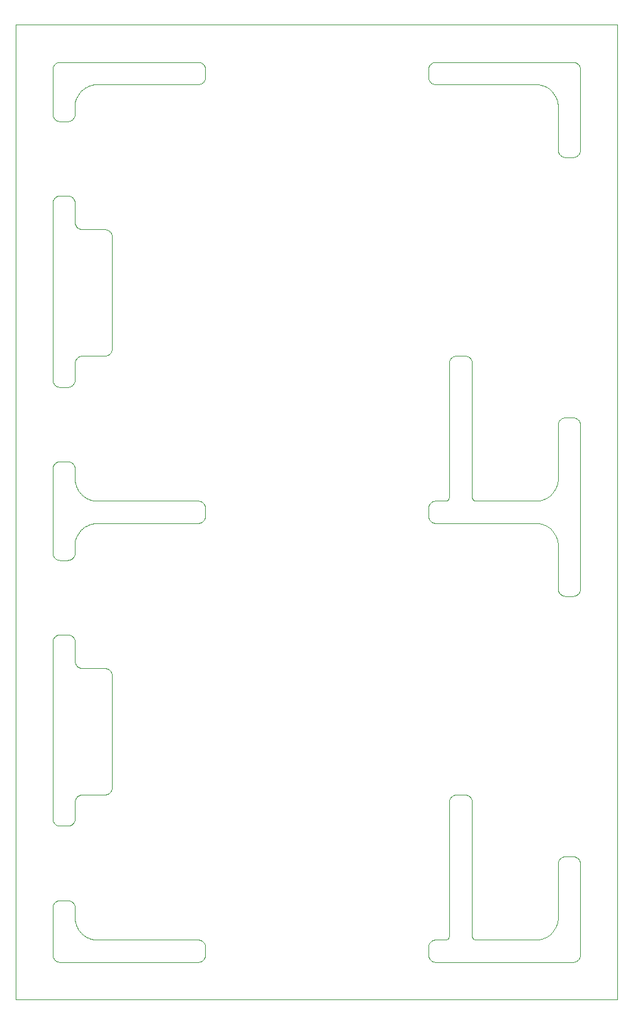
<source format=gbr>
%TF.GenerationSoftware,KiCad,Pcbnew,8.0.2+dfsg-1*%
%TF.CreationDate,2024-06-08T17:30:32+01:00*%
%TF.ProjectId,panel,70616e65-6c2e-46b6-9963-61645f706362,rev?*%
%TF.SameCoordinates,Original*%
%TF.FileFunction,Profile,NP*%
%FSLAX46Y46*%
G04 Gerber Fmt 4.6, Leading zero omitted, Abs format (unit mm)*
G04 Created by KiCad (PCBNEW 8.0.2+dfsg-1) date 2024-06-08 17:30:32*
%MOMM*%
%LPD*%
G01*
G04 APERTURE LIST*
%TA.AperFunction,Profile*%
%ADD10C,0.100000*%
%TD*%
G04 APERTURE END LIST*
D10*
X116119787Y-46974073D02*
X116132079Y-46996219D01*
X164354909Y-143019260D02*
X164403269Y-143010869D01*
X113292892Y-78992892D02*
X113328440Y-78959048D01*
X164122444Y-145904035D02*
X164078602Y-145881967D01*
X115707107Y-43267892D02*
X115740951Y-43303440D01*
X120025020Y-64499365D02*
X120012664Y-64499679D01*
X183995184Y-95898018D02*
X183989176Y-95946731D01*
X179703226Y-142469261D02*
X179724015Y-142454792D01*
X179944299Y-83284280D02*
X179963517Y-83267781D01*
X167203812Y-123510820D02*
X167252518Y-123504813D01*
X133021397Y-27881921D02*
X132977555Y-27903989D01*
X183956940Y-132509714D02*
X183970031Y-132557019D01*
X166795022Y-123668483D02*
X166836486Y-123642231D01*
X183098018Y-72804815D02*
X183146731Y-72810823D01*
X163593059Y-25709714D02*
X163608455Y-25663109D01*
X116761687Y-106470940D02*
X116786360Y-106476666D01*
X115000000Y-137700000D02*
X115049068Y-137701204D01*
X116754456Y-87986463D02*
X116667774Y-88084962D01*
X113096010Y-102547444D02*
X113118078Y-102503602D01*
X178910076Y-28141679D02*
X178885909Y-28134097D01*
X166468674Y-124028465D02*
X166492870Y-123985769D01*
X113365606Y-137926989D02*
X113404300Y-137896792D01*
X183290285Y-25043059D02*
X183336890Y-25058455D01*
X169635541Y-83884755D02*
X169645916Y-83892715D01*
X115989176Y-138553268D02*
X115995184Y-138601981D01*
X180364321Y-29153863D02*
X180284280Y-29055700D01*
X133550000Y-145000046D02*
X133548795Y-145049114D01*
X113444429Y-78868530D02*
X113485896Y-78842271D01*
X183195091Y-96780785D02*
X183146731Y-96789176D01*
X164259714Y-27956940D02*
X164213109Y-27941544D01*
X113404300Y-91778207D02*
X113365606Y-91748010D01*
X113901981Y-137704815D02*
X113950931Y-137701204D01*
X117006333Y-123500000D02*
X116993668Y-123500160D01*
X181226989Y-73165606D02*
X181259048Y-73128440D01*
X119006333Y-143000000D02*
X132550001Y-143000013D01*
X115740951Y-32646559D02*
X115707107Y-32682107D01*
X183098018Y-145995230D02*
X183049068Y-145998841D01*
X169450382Y-83512802D02*
X169450833Y-83522603D01*
X164354908Y-25019214D02*
X164403268Y-25010823D01*
X115998795Y-79650931D02*
X116000000Y-79699999D01*
X116244492Y-88743161D02*
X116233567Y-88766450D01*
X163692271Y-84485942D02*
X163718530Y-84444474D01*
X113404300Y-127503207D02*
X113365606Y-127473010D01*
X132550000Y-25000000D02*
X132599068Y-25001204D01*
X166217767Y-142834351D02*
X166226259Y-142824407D01*
X113663109Y-91916544D02*
X113617315Y-91898879D01*
X117555322Y-142628905D02*
X117667588Y-142687548D01*
X180379825Y-82826106D02*
X180454792Y-82724015D01*
X164259714Y-86956940D02*
X164213109Y-86941544D01*
X181292892Y-96507107D02*
X181259048Y-96471559D01*
X183941544Y-37136890D02*
X183923879Y-37182684D01*
X116503780Y-47367920D02*
X116525926Y-47380212D01*
X113029968Y-145243026D02*
X113019214Y-145195137D01*
X169403437Y-65209567D02*
X169416534Y-65256863D01*
X116217229Y-47121924D02*
X116233236Y-47141554D01*
X164078602Y-86881921D02*
X164035896Y-86857728D01*
X113999999Y-42975000D02*
X115000000Y-42975000D01*
X113528602Y-91856921D02*
X113485896Y-91832728D01*
X113328440Y-78959048D02*
X113365606Y-78926989D01*
X117937046Y-87191542D02*
X117912974Y-87200610D01*
X133381469Y-145555616D02*
X133353207Y-145595745D01*
X163626120Y-86382684D02*
X163608455Y-86336890D01*
X180628905Y-141444677D02*
X180687548Y-141332411D01*
X115000000Y-91975000D02*
X113999999Y-91975000D01*
X163551204Y-25950931D02*
X163554815Y-25901981D01*
X183831469Y-145555616D02*
X183803207Y-145595745D01*
X132599068Y-145998841D02*
X132550000Y-146000046D01*
X113196792Y-32570699D02*
X113168530Y-32530570D01*
X115382684Y-32898879D02*
X115336890Y-32916544D01*
X181328440Y-73059048D02*
X181365606Y-73026989D01*
X166355358Y-65401770D02*
X166361376Y-65353065D01*
X116158327Y-64960458D02*
X116144929Y-64981953D01*
X179466823Y-28383386D02*
X179444677Y-28371094D01*
X163842892Y-86707107D02*
X163809048Y-86671559D01*
X164354908Y-86980785D02*
X164307019Y-86970031D01*
X164354909Y-84019260D02*
X164403269Y-84010869D01*
X116069095Y-89207121D02*
X116035552Y-89333971D01*
X132792980Y-86970031D02*
X132745091Y-86980785D01*
X113004815Y-32073018D02*
X113001204Y-32024068D01*
X183989176Y-132653268D02*
X183995184Y-132701981D01*
X166180786Y-142871335D02*
X166190270Y-142862334D01*
X181168530Y-73244429D02*
X181196792Y-73204300D01*
X133491544Y-84663123D02*
X133506940Y-84709728D01*
X113004815Y-43876981D02*
X113010823Y-43828268D01*
X163809048Y-143328486D02*
X163842893Y-143292938D01*
X183290285Y-131843059D02*
X183336890Y-131858455D01*
X133473879Y-27382684D02*
X133453989Y-27427555D01*
X181019214Y-95995091D02*
X181010823Y-95946731D01*
X115970031Y-138457019D02*
X115980785Y-138504908D01*
X113757019Y-145970077D02*
X113709714Y-145956986D01*
X113001204Y-126749068D02*
X113000000Y-126700000D01*
X115671559Y-78959048D02*
X115707107Y-78992892D01*
X113950931Y-68698795D02*
X113901981Y-68695184D01*
X166716205Y-123726926D02*
X166754897Y-123696737D01*
X116886264Y-123506731D02*
X116861139Y-123509931D01*
X117055700Y-83284280D02*
X117153863Y-83364321D01*
X180963170Y-81466752D02*
X180967005Y-81441716D01*
X119987331Y-123500000D02*
X117006333Y-123500000D01*
X115595699Y-78896792D02*
X115634393Y-78926989D01*
X183146731Y-25010823D02*
X183195091Y-25019214D01*
X116018235Y-105688828D02*
X116023333Y-105713638D01*
X132792980Y-27970031D02*
X132745091Y-27980785D01*
X163569214Y-145195137D02*
X163560823Y-145146777D01*
X133407728Y-86514103D02*
X133381469Y-86555570D01*
X164500932Y-84001250D02*
X164550000Y-84000045D01*
X166346449Y-83486966D02*
X166350522Y-65499772D01*
X116525926Y-64619787D02*
X116503780Y-64632079D01*
X181950931Y-37798795D02*
X181901981Y-37795184D01*
X115555570Y-68531469D02*
X115514103Y-68557728D01*
X163560823Y-27146731D02*
X163554815Y-27098018D01*
X166226259Y-142824407D02*
X166242720Y-142804078D01*
X116371094Y-141444677D02*
X116383386Y-141466823D01*
X169888000Y-83992426D02*
X169897751Y-83993516D01*
X169761840Y-142959245D02*
X169770880Y-142963058D01*
X183831469Y-96355570D02*
X183803207Y-96395699D01*
X133453989Y-84572458D02*
X133473879Y-84617329D01*
X167155459Y-123519209D02*
X167203812Y-123510820D01*
X179053680Y-142808557D02*
X179171303Y-142761572D01*
X163560823Y-143853314D02*
X163569214Y-143804954D01*
X183671559Y-132059048D02*
X183707107Y-132092892D01*
X115989176Y-32121731D02*
X115980785Y-32170091D01*
X169471049Y-83638315D02*
X169474764Y-83650852D01*
X117296773Y-142469261D02*
X117402530Y-142538961D01*
X120266917Y-106536680D02*
X120313830Y-106550937D01*
X116000160Y-140006331D02*
X116003529Y-140139283D01*
X178616236Y-87064273D02*
X178591425Y-87059175D01*
X180538961Y-29402530D02*
X180469261Y-29296773D01*
X115290285Y-32931940D02*
X115242980Y-32945031D01*
X164078603Y-84118123D02*
X164122444Y-84096055D01*
X118518332Y-87038581D02*
X118389245Y-87062086D01*
X113572444Y-78796010D02*
X113617315Y-78776120D01*
X181076120Y-132417315D02*
X181096010Y-132372444D01*
X113485896Y-91832728D02*
X113444429Y-91806469D01*
X163560823Y-86146731D02*
X163554815Y-86098018D01*
X115857728Y-43460896D02*
X115881921Y-43503602D01*
X113142271Y-79185896D02*
X113168530Y-79144429D01*
X181168530Y-132244429D02*
X181196792Y-132204300D01*
X116158327Y-123960458D02*
X116144929Y-123981953D01*
X180182871Y-142057500D02*
X180267781Y-141963517D01*
X116172265Y-123939309D02*
X116158327Y-123960458D01*
X117946319Y-142808557D02*
X117970071Y-142817353D01*
X166609652Y-64828351D02*
X166643495Y-64792812D01*
X169962979Y-83996452D02*
X177993555Y-83999997D01*
X169493375Y-83699742D02*
X169497425Y-83708679D01*
X183881921Y-73328602D02*
X183903989Y-73372444D01*
X169783258Y-83967282D02*
X169808136Y-83975365D01*
X116058150Y-46835317D02*
X116066947Y-46859069D01*
X169450124Y-83502965D02*
X169450382Y-83512801D01*
X183980785Y-25804908D02*
X183989176Y-25853268D01*
X115803207Y-102379300D02*
X115831469Y-102419429D01*
X169457905Y-83584319D02*
X169459098Y-83590752D01*
X115980785Y-91170091D02*
X115970031Y-91217980D01*
X119006333Y-84000000D02*
X132550001Y-84000013D01*
X115773010Y-79065606D02*
X115803207Y-79104300D01*
X116667774Y-29084962D02*
X116651282Y-29104704D01*
X117173893Y-142379825D02*
X117275984Y-142454792D01*
X120219362Y-47524739D02*
X120266917Y-47536680D01*
X181663109Y-37741544D02*
X181617315Y-37723879D01*
X116023333Y-65286361D02*
X116018235Y-65311171D01*
X169615648Y-142867767D02*
X169625592Y-142876259D01*
X183740951Y-145671605D02*
X183707107Y-145707153D01*
X113000000Y-138699999D02*
X113001204Y-138650931D01*
X113259048Y-68371559D02*
X113226989Y-68334393D01*
X116096906Y-105928882D02*
X116108060Y-105951622D01*
X165950334Y-83988776D02*
X165963049Y-83985722D01*
X179332411Y-87312451D02*
X179309671Y-87301297D01*
X169042179Y-123696746D02*
X169080871Y-123726936D01*
X115857728Y-102460896D02*
X115881921Y-102503602D01*
X115382684Y-78776120D02*
X115427555Y-78796010D01*
X181404300Y-96603207D02*
X181365606Y-96573010D01*
X166110268Y-142924267D02*
X166118667Y-142919195D01*
X116882009Y-87855743D02*
X116863576Y-87873686D01*
X120817168Y-64075641D02*
X120787954Y-64115019D01*
X164213109Y-27941544D02*
X164167315Y-27923879D01*
X113485896Y-137842271D02*
X113528602Y-137818078D01*
X113365606Y-78926989D02*
X113404300Y-78896792D01*
X164500931Y-145998841D02*
X164451981Y-145995230D01*
X183471397Y-131918078D02*
X183514103Y-131942271D01*
X116191442Y-82053680D02*
X116238427Y-82171303D01*
X164035896Y-25142271D02*
X164078602Y-25118078D01*
X183773010Y-145634439D02*
X183740951Y-145671605D01*
X113096010Y-43547444D02*
X113118078Y-43503602D01*
X118543750Y-87034625D02*
X118518332Y-87038581D01*
X178591425Y-142940824D02*
X178616236Y-142935726D01*
X116320433Y-64766714D02*
X116302075Y-64784165D01*
X132648018Y-27995184D02*
X132599068Y-27998795D01*
X178290873Y-142985569D02*
X178316071Y-142983007D01*
X163842893Y-84292938D02*
X163878441Y-84259093D01*
X116732218Y-141963517D02*
X116817128Y-142057500D01*
X116014430Y-140290873D02*
X116016992Y-140316071D01*
X120073990Y-64496922D02*
X120025020Y-64499365D01*
X180985569Y-89709126D02*
X180983007Y-89683928D01*
X113076120Y-43592315D02*
X113096010Y-43547444D01*
X166643495Y-64792812D02*
X166679042Y-64758977D01*
X181528602Y-96681921D02*
X181485896Y-96657728D01*
X113142271Y-68214103D02*
X113118078Y-68171397D01*
X168495604Y-123501204D02*
X168544548Y-123504814D01*
X116108060Y-124048377D02*
X116096906Y-124071117D01*
X116312451Y-82332411D02*
X116371094Y-82444677D01*
X163551204Y-145049114D02*
X163550000Y-145000046D01*
X133550000Y-144000012D02*
X133550000Y-145000046D01*
X115881921Y-138228602D02*
X115903989Y-138272444D01*
X163608455Y-84663154D02*
X163626120Y-84617361D01*
X163692271Y-143485942D02*
X163718530Y-143444474D01*
X132648018Y-25004815D02*
X132696731Y-25010823D01*
X166350522Y-124499772D02*
X166351738Y-124450712D01*
X166577592Y-64865507D02*
X166609652Y-64828351D01*
X163608455Y-86336890D02*
X163593059Y-86290285D01*
X115146731Y-101985823D02*
X115195091Y-101994214D01*
X115242980Y-127670031D02*
X115195091Y-127680785D01*
X183242980Y-72829968D02*
X183290285Y-72843059D01*
X164078602Y-25118078D02*
X164122444Y-25096010D01*
X183471397Y-37681921D02*
X183427555Y-37703989D01*
X178885909Y-142865902D02*
X178910076Y-142858320D01*
X167107576Y-64529960D02*
X167155459Y-64519209D01*
X113404300Y-102171792D02*
X113444429Y-102143530D01*
X116664682Y-106441849D02*
X116688649Y-106450041D01*
X115195091Y-32955785D02*
X115146731Y-32964176D01*
X180284280Y-82944299D02*
X180364321Y-82846136D01*
X116302075Y-123784165D02*
X116284165Y-123802075D01*
X167060278Y-123543047D02*
X167107576Y-123529960D01*
X113901981Y-68695184D02*
X113853268Y-68689176D01*
X113058455Y-25663109D02*
X113076120Y-25617315D01*
X116029059Y-65261687D02*
X116023333Y-65286360D01*
X132840285Y-27956940D02*
X132792980Y-27970031D01*
X188999705Y-150999750D02*
X188999999Y-150987773D01*
X180628905Y-29555322D02*
X180616613Y-29533176D01*
X132792981Y-84029982D02*
X132840286Y-84043073D01*
X116418520Y-47313265D02*
X116439309Y-47327734D01*
X120689246Y-106776083D02*
X120723916Y-106810753D01*
X169723081Y-142941778D02*
X169731964Y-142945944D01*
X180698702Y-82309671D02*
X180751584Y-82194578D01*
X115970031Y-91217980D02*
X115956940Y-91265285D01*
X113328440Y-137959048D02*
X113365606Y-137926989D01*
X116000000Y-65506333D02*
X116000000Y-67700000D01*
X116640930Y-123566947D02*
X116617408Y-123576342D01*
X183382684Y-25076120D02*
X183427555Y-25096010D01*
X116158327Y-47039541D02*
X116172265Y-47060690D01*
X183195091Y-145980831D02*
X183146731Y-145989222D01*
X132696732Y-143010837D02*
X132745091Y-143019228D01*
X165963049Y-83985722D02*
X165988315Y-83978950D01*
X113853268Y-25010823D02*
X113901981Y-25004815D01*
X120492830Y-47630364D02*
X120534879Y-47655582D01*
X166061488Y-142950855D02*
X166073290Y-142945224D01*
X133021397Y-143118092D02*
X133064103Y-143142285D01*
X183049068Y-72801204D02*
X183098018Y-72804815D01*
X181226989Y-37434393D02*
X181196792Y-37395699D01*
X116132079Y-124003780D02*
X116119787Y-124025926D01*
X117173893Y-83379825D02*
X117275984Y-83454792D01*
X116418520Y-123686734D02*
X116398105Y-123701726D01*
X164078602Y-145881967D02*
X164035896Y-145857774D01*
X117828696Y-142761572D02*
X117946319Y-142808557D01*
X113019214Y-102779908D02*
X113029968Y-102732019D01*
X180907095Y-89260382D02*
X180900746Y-89235862D01*
X115903989Y-127127555D02*
X115881921Y-127171397D01*
X169786231Y-142968699D02*
X169795543Y-142971791D01*
X166345764Y-83513015D02*
X166346449Y-83486966D01*
X115980785Y-126895091D02*
X115970031Y-126942980D01*
X180075858Y-142165420D02*
X180165420Y-142075858D01*
X181118078Y-132328602D02*
X181142271Y-132285896D01*
X113572444Y-145904035D02*
X113528602Y-145881967D01*
X181004815Y-95898018D02*
X181001204Y-95849068D01*
X180761572Y-82171303D02*
X180808557Y-82053680D01*
X183740951Y-96471559D02*
X183707107Y-96507107D01*
X113853268Y-145989222D02*
X113804908Y-145980831D01*
X115595699Y-102171792D02*
X115634393Y-102201989D01*
X118673875Y-28017791D02*
X118543750Y-28034625D01*
X120012664Y-123499679D02*
X119987331Y-123500000D01*
X113365606Y-127473010D02*
X113328440Y-127440951D01*
X116461038Y-82597469D02*
X116530738Y-82703226D01*
X166380537Y-65256833D02*
X166393635Y-65209538D01*
X120932523Y-122859987D02*
X120913741Y-122905278D01*
X179194578Y-87248415D02*
X179171303Y-87238427D01*
X113804908Y-137719214D02*
X113853268Y-137710823D01*
X113999999Y-91975000D02*
X113950931Y-91973795D01*
X166285705Y-83738507D02*
X166297586Y-83715189D01*
X183995184Y-73701981D02*
X183998795Y-73750931D01*
X183831469Y-132244429D02*
X183857728Y-132285896D01*
X116439309Y-123672265D02*
X116418520Y-123686734D01*
X116186734Y-47081479D02*
X116201726Y-47101894D01*
X167013678Y-64558439D02*
X167060278Y-64543047D01*
X115956940Y-32265285D02*
X115941544Y-32311890D01*
X115995184Y-138601981D02*
X115998795Y-138650931D01*
X116732218Y-82963517D02*
X116817128Y-83057500D01*
X116320433Y-47233285D02*
X116339227Y-47250265D01*
X113001204Y-25950931D02*
X113004815Y-25901981D01*
X183989176Y-36946731D02*
X183980785Y-36995091D01*
X116715719Y-141944299D02*
X116732218Y-141963517D01*
X115146731Y-78710823D02*
X115195091Y-78719214D01*
X133184394Y-84227003D02*
X133221559Y-84259062D01*
X163626120Y-143617361D02*
X163646010Y-143572489D01*
X113043059Y-126990285D02*
X113029968Y-126942980D01*
X116249734Y-106160772D02*
X116266714Y-106179566D01*
X115098018Y-101979815D02*
X115146731Y-101985823D01*
X180698702Y-29690328D02*
X180687548Y-29667588D01*
X113029968Y-138457019D02*
X113043059Y-138409714D01*
X116320433Y-106233285D02*
X116339227Y-106250265D01*
X179171303Y-87238427D02*
X179053680Y-87191442D01*
X163579968Y-143757064D02*
X163593059Y-143709760D01*
X113118078Y-43503602D02*
X113142271Y-43460896D01*
X116000962Y-124462015D02*
X116000160Y-124493668D01*
X166329223Y-83629366D02*
X166331451Y-83619811D01*
X168829182Y-64576102D02*
X168874049Y-64595987D01*
X113999999Y-127700000D02*
X113950931Y-127698795D01*
X132599068Y-25001204D02*
X132648018Y-25004815D01*
X183941544Y-73463109D02*
X183956940Y-73509714D01*
X113292892Y-102267892D02*
X113328440Y-102234048D01*
X133545184Y-86098018D02*
X133539176Y-86146731D01*
X116066947Y-46859069D02*
X116076342Y-46882591D01*
X181001204Y-36849068D02*
X181000000Y-36800000D01*
X166346449Y-142486966D02*
X166350522Y-124499772D01*
X132886891Y-143058469D02*
X132932684Y-143076134D01*
X133221559Y-25259048D02*
X133257107Y-25292892D01*
X120999365Y-122525020D02*
X120996922Y-122573990D01*
X115634393Y-91748010D02*
X115595699Y-91778207D01*
X183941544Y-145336936D02*
X183923879Y-145382730D01*
X181365606Y-96573010D02*
X181328440Y-96540951D01*
X113226989Y-68334393D02*
X113196792Y-68295699D01*
X163626120Y-84617361D02*
X163646010Y-84572489D01*
X133530785Y-27195091D02*
X133520031Y-27242980D01*
X133290951Y-143328454D02*
X133323010Y-143365620D01*
X180996470Y-30860716D02*
X180995187Y-30835420D01*
X117006333Y-47500000D02*
X119987331Y-47500000D01*
X116000160Y-105506331D02*
X116000962Y-105537984D01*
X180999839Y-140006331D02*
X180999999Y-139993666D01*
X133323010Y-86634393D02*
X133290951Y-86671559D01*
X116000334Y-30500034D02*
X116000000Y-30512941D01*
X181043059Y-37090285D02*
X181029968Y-37042980D01*
X180538961Y-141597469D02*
X180552359Y-141575974D01*
X116003529Y-81139283D02*
X116004812Y-81164579D01*
X179194578Y-83751584D02*
X179309671Y-83698702D01*
X113226989Y-79065606D02*
X113259048Y-79028440D01*
X116688649Y-64549958D02*
X116664682Y-64558150D01*
X179466823Y-83616613D02*
X179575974Y-83552359D01*
X120266917Y-123463319D02*
X120219362Y-123475260D01*
X179846136Y-87635678D02*
X179826106Y-87620174D01*
X166468674Y-65028465D02*
X166492870Y-64985769D01*
X169539909Y-142782252D02*
X169545624Y-142790227D01*
X132745091Y-86980785D02*
X132696731Y-86989176D01*
X166426708Y-65117159D02*
X166446603Y-65072297D01*
X180935726Y-140616236D02*
X180940824Y-140591425D01*
X169118035Y-64758988D02*
X169153581Y-64792825D01*
X113950931Y-32973795D02*
X113901981Y-32970184D01*
X116617408Y-106423657D02*
X116640930Y-106433052D01*
X133145699Y-145803253D02*
X133105570Y-145831515D01*
X116548377Y-106391939D02*
X116571117Y-106403093D01*
X116811171Y-106481764D02*
X116836102Y-106486233D01*
X179309671Y-28301297D02*
X179194578Y-28248415D01*
X120975260Y-122719362D02*
X120963319Y-122766917D01*
X120999365Y-107474979D02*
X120999679Y-107487335D01*
X166326622Y-83638827D02*
X166329223Y-83629366D01*
X120984855Y-122671278D02*
X120975260Y-122719362D01*
X113096010Y-91402555D02*
X113076120Y-91357684D01*
X133290951Y-27671559D02*
X133257107Y-27707107D01*
X116886264Y-64506731D02*
X116861139Y-64509931D01*
X180995187Y-89835420D02*
X180985569Y-89709126D01*
X115881921Y-102503602D02*
X115903989Y-102547444D01*
X113010823Y-126846731D02*
X113004815Y-126798018D01*
X179703226Y-83469261D02*
X179724015Y-83454792D01*
X181000000Y-95800000D02*
X181000000Y-90006333D01*
X133550000Y-25999999D02*
X133550000Y-27000000D01*
X116863576Y-28873686D02*
X116771942Y-28967596D01*
X179029928Y-83817353D02*
X179053680Y-83808557D01*
X120984855Y-48328721D02*
X120992081Y-48377217D01*
X115555570Y-43143530D02*
X115595699Y-43171792D01*
X181950931Y-131801204D02*
X181999999Y-131800000D01*
X183000000Y-37800000D02*
X181999999Y-37800000D01*
X132648018Y-143004828D02*
X132696732Y-143010837D01*
X169461076Y-83600362D02*
X169463430Y-83609887D01*
X116993668Y-123500160D02*
X116962015Y-123500962D01*
X113328440Y-43234048D02*
X113365606Y-43201989D01*
X183595699Y-145803253D02*
X183555570Y-145831515D01*
X181142271Y-132285896D02*
X181168530Y-132244429D01*
X169459098Y-142590752D02*
X169461076Y-142600362D01*
X116248415Y-82194578D02*
X116301297Y-82309671D01*
X113617315Y-68623879D02*
X113572444Y-68603989D01*
X181365606Y-132026989D02*
X181404300Y-131996792D01*
X117946319Y-83808557D02*
X117970071Y-83817353D01*
X164403268Y-25010823D02*
X164451981Y-25004815D01*
X169479130Y-142663178D02*
X169489679Y-142690654D01*
X115671559Y-102234048D02*
X115707107Y-102267892D01*
X181058455Y-73463109D02*
X181076120Y-73417315D01*
X118533247Y-142963170D02*
X118558283Y-142967005D01*
X113572444Y-43071010D02*
X113617315Y-43051120D01*
X132648018Y-86995184D02*
X132599068Y-86998795D01*
X116569781Y-88207532D02*
X116554327Y-88228096D01*
X118709126Y-83985569D02*
X118835420Y-83995187D01*
X113709714Y-68656940D02*
X113663109Y-68641544D01*
X116006731Y-65386264D02*
X116004168Y-65411463D01*
X117036482Y-83267781D02*
X117055700Y-83284280D01*
X113226989Y-32609393D02*
X113196792Y-32570699D01*
X118699463Y-28015148D02*
X118673875Y-28017791D01*
X113259048Y-43303440D02*
X113292892Y-43267892D01*
X179053680Y-83808557D02*
X179171303Y-83761572D01*
X115998795Y-32024068D02*
X115995184Y-32073018D01*
X115941544Y-138363109D02*
X115956940Y-138409714D01*
X183382684Y-131876120D02*
X183427555Y-131896010D01*
X181019214Y-73604908D02*
X181029968Y-73557019D01*
X113853268Y-137710823D02*
X113901981Y-137704815D01*
X116548377Y-64608060D02*
X116525926Y-64619787D01*
X115998795Y-67749068D02*
X115995184Y-67798018D01*
X113019214Y-91170091D02*
X113010823Y-91121731D01*
X178139283Y-87003529D02*
X178006331Y-87000160D01*
X113901981Y-42979815D02*
X113950931Y-42976204D01*
X163718530Y-25444429D02*
X163746792Y-25404300D01*
X184000000Y-36800000D02*
X183998795Y-36849068D01*
X180698702Y-141309671D02*
X180751584Y-141194578D01*
X180963170Y-140466752D02*
X180967005Y-140441716D01*
X113617315Y-145923925D02*
X113572444Y-145904035D01*
X120689246Y-47776083D02*
X120723916Y-47810753D01*
X116186734Y-123918520D02*
X116172265Y-123939309D01*
X169219484Y-64865523D02*
X169249682Y-64904209D01*
X165988315Y-83978950D02*
X166000852Y-83975235D01*
X116099253Y-81764137D02*
X116134097Y-81885909D01*
X115989176Y-91121731D02*
X115980785Y-91170091D01*
X181076120Y-73417315D02*
X181096010Y-73372444D01*
X120492830Y-123369635D02*
X120449595Y-123392761D01*
X164035896Y-145857774D02*
X163994429Y-145831515D01*
X113853268Y-91964176D02*
X113804908Y-91955785D01*
X166446603Y-124072297D02*
X166468674Y-124028465D01*
X116439309Y-64672265D02*
X116418520Y-64686734D01*
X117098482Y-87665701D02*
X116997684Y-87749699D01*
X116023333Y-46713639D02*
X116029059Y-46738312D01*
X116378075Y-64717229D02*
X116358445Y-64733236D01*
X178466753Y-142963170D02*
X178591425Y-142940824D01*
X117690328Y-142698702D02*
X117805421Y-142751584D01*
X133491544Y-145336936D02*
X133473879Y-145382730D01*
X115956940Y-43684714D02*
X115970031Y-43732019D01*
X113528602Y-68581921D02*
X113485896Y-68557728D01*
X116035407Y-124237167D02*
X116029059Y-124261687D01*
X169509378Y-83731947D02*
X169524095Y-83757434D01*
X118683928Y-142983007D02*
X118709126Y-142985569D01*
X116092904Y-81739617D02*
X116099253Y-81764137D01*
X113804908Y-127680785D02*
X113757019Y-127670031D01*
X169820674Y-83979079D02*
X169833389Y-83982131D01*
X166234874Y-83814550D02*
X166240998Y-83806885D01*
X181444429Y-72968530D02*
X181485896Y-72942271D01*
X115923879Y-68082684D02*
X115903989Y-68127555D01*
X116301297Y-141309671D02*
X116312451Y-141332411D01*
X113663109Y-78758455D02*
X113709714Y-78743059D01*
X113853268Y-68689176D02*
X113804908Y-68680785D01*
X133539176Y-143853282D02*
X133545184Y-143901995D01*
X120219362Y-106524739D02*
X120266917Y-106536680D01*
X183382684Y-37723879D02*
X183336890Y-37741544D01*
X115956940Y-102684714D02*
X115970031Y-102732019D01*
X183998795Y-132750931D02*
X184000000Y-132799999D01*
X133221559Y-27740951D02*
X133184393Y-27773010D01*
X164035897Y-143142316D02*
X164078603Y-143118123D01*
X179703226Y-28530738D02*
X179597469Y-28461038D01*
X181226989Y-132165606D02*
X181259048Y-132128440D01*
X180900746Y-81764137D02*
X180907095Y-81739617D01*
X115555570Y-91806469D02*
X115514103Y-91832728D01*
X169449951Y-142489926D02*
X169450124Y-142502965D01*
X115980785Y-43779908D02*
X115989176Y-43828268D01*
X113999999Y-25000000D02*
X132550000Y-25000000D01*
X116108060Y-46951622D02*
X116119787Y-46974073D01*
X115336890Y-68641544D02*
X115290285Y-68656940D01*
X183290285Y-145956986D02*
X183242980Y-145970077D01*
X181709714Y-72843059D02*
X181757019Y-72829968D01*
X116447640Y-141575974D02*
X116461038Y-141597469D01*
X113096010Y-127127555D02*
X113076120Y-127082684D01*
X113019214Y-145195137D02*
X113010823Y-145146777D01*
X133453989Y-25572444D02*
X133473879Y-25617315D01*
X113196792Y-79104300D02*
X113226989Y-79065606D01*
X113853268Y-78710823D02*
X113901981Y-78704815D01*
X178290873Y-87014430D02*
X178164579Y-87004812D01*
X163593059Y-27290285D02*
X163579968Y-27242980D01*
X116058150Y-105835317D02*
X116066947Y-105859069D01*
X115740951Y-127371559D02*
X115707107Y-127407107D01*
X166306738Y-83694210D02*
X166318457Y-83663679D01*
X116064273Y-81616236D02*
X116092904Y-81739617D01*
X115049068Y-137701204D02*
X115098018Y-137704815D01*
X183555570Y-72968530D02*
X183595699Y-72996792D01*
X179944299Y-142284280D02*
X179963517Y-142267781D01*
X183956940Y-145290331D02*
X183941544Y-145336936D01*
X169804968Y-142974516D02*
X169833396Y-142982133D01*
X163668078Y-25528602D02*
X163692271Y-25485896D01*
X120844417Y-123034879D02*
X120817168Y-123075641D01*
X117555322Y-83628905D02*
X117667588Y-83687548D01*
X116911463Y-106495831D02*
X116936719Y-106497754D01*
X115471397Y-68581921D02*
X115427555Y-68603989D01*
X180858320Y-30089923D02*
X180817353Y-29970071D01*
X180940824Y-30408574D02*
X180935726Y-30383763D01*
X116119787Y-124025926D02*
X116108060Y-124048377D01*
X183857728Y-25485896D02*
X183881921Y-25528602D01*
X183970031Y-73557019D02*
X183980785Y-73604908D01*
X164167316Y-143076165D02*
X164213110Y-143058501D01*
X183707107Y-73092892D02*
X183740951Y-73128440D01*
X164167315Y-145923925D02*
X164122444Y-145904035D01*
X116066947Y-124140930D02*
X116058150Y-124164682D01*
X115049068Y-78701204D02*
X115098018Y-78704815D01*
X116119787Y-105974073D02*
X116132079Y-105996219D01*
X120171278Y-64484855D02*
X120122782Y-64492081D01*
X115923879Y-138317315D02*
X115941544Y-138363109D01*
X113444429Y-145831515D02*
X113404300Y-145803253D01*
X133520031Y-27242980D02*
X133506940Y-27290285D01*
X118389245Y-87062086D02*
X118364064Y-87067344D01*
X183290285Y-96756940D02*
X183242980Y-96770031D01*
X118673875Y-87017791D02*
X118543750Y-87034625D01*
X180538961Y-88402530D02*
X180469261Y-88296773D01*
X180817353Y-82029928D02*
X180858320Y-81910076D01*
X115881921Y-127171397D02*
X115857728Y-127214103D01*
X181485896Y-72942271D02*
X181528602Y-72918078D01*
X169328401Y-124028487D02*
X169350472Y-124072321D01*
X121000000Y-48512668D02*
X121000000Y-63487331D01*
X181058455Y-96136890D02*
X181043059Y-96090285D01*
X169862177Y-83988250D02*
X169871812Y-83990101D01*
X116009931Y-46638860D02*
X116013766Y-46663897D01*
X116339227Y-106250265D02*
X116358445Y-106266763D01*
X115671559Y-91715951D02*
X115634393Y-91748010D01*
X178591425Y-83940824D02*
X178616236Y-83935726D01*
X116302075Y-64784165D02*
X116284165Y-64802075D01*
X180454792Y-88275984D02*
X180379825Y-88173893D01*
X116737167Y-123535407D02*
X116712816Y-123542375D01*
X116302075Y-47215834D02*
X116320433Y-47233285D01*
X113019214Y-25804908D02*
X113029968Y-25757019D01*
X115941544Y-79363109D02*
X115956940Y-79409714D01*
X183555570Y-131968530D02*
X183595699Y-131996792D01*
X115634393Y-43201989D02*
X115671559Y-43234048D01*
X179194578Y-28248415D02*
X179171303Y-28238427D01*
X169388035Y-124162970D02*
X169403437Y-124209567D01*
X164500931Y-86998795D02*
X164451981Y-86995184D01*
X115803207Y-138104300D02*
X115831469Y-138144429D01*
X116688649Y-123549958D02*
X116664682Y-123558150D01*
X165885640Y-83997989D02*
X165898676Y-83996962D01*
X113010823Y-91121731D02*
X113004815Y-91073018D01*
X115831469Y-102419429D02*
X115857728Y-102460896D01*
X108000000Y-20012272D02*
X108000000Y-150987773D01*
X180865902Y-30114090D02*
X180858320Y-30089923D01*
X166132252Y-142910090D02*
X166140227Y-142904375D01*
X113004815Y-102876981D02*
X113010823Y-102828268D01*
X115740951Y-138028440D02*
X115773010Y-138065606D01*
X113168530Y-68255570D02*
X113142271Y-68214103D01*
X133520031Y-145243026D02*
X133506940Y-145290331D01*
X132886890Y-25058455D02*
X132932684Y-25076120D01*
X166361376Y-124353065D02*
X166369776Y-124304714D01*
X169471049Y-142638315D02*
X169474764Y-142650852D01*
X133184393Y-86773010D02*
X133145699Y-86803207D01*
X166256304Y-83785671D02*
X166274114Y-83758243D01*
X178441716Y-83967005D02*
X178466752Y-83963170D01*
X113617315Y-137776120D02*
X113663109Y-137758455D01*
X113000000Y-31975000D02*
X113000000Y-25999999D01*
X163746792Y-145595745D02*
X163718530Y-145555616D01*
X116134097Y-140885909D02*
X116141679Y-140910076D01*
X164307019Y-27970031D02*
X164259714Y-27956940D01*
X115956940Y-138409714D02*
X115970031Y-138457019D01*
X133407728Y-143485910D02*
X133431921Y-143528616D01*
X113001204Y-79650931D02*
X113004815Y-79601981D01*
X169445328Y-124450747D02*
X169446541Y-124499809D01*
X180057500Y-87817128D02*
X179963517Y-87732218D01*
X113118078Y-138228602D02*
X113142271Y-138185896D01*
X181010823Y-73653268D02*
X181019214Y-73604908D01*
X116180917Y-88886633D02*
X116171205Y-88910453D01*
X120359987Y-47567476D02*
X120405278Y-47586258D01*
X166087703Y-83937495D02*
X166096356Y-83932869D01*
X183634393Y-73026989D02*
X183671559Y-73059048D01*
X169667079Y-83908090D02*
X169677855Y-83915496D01*
X180817353Y-88970071D02*
X180808557Y-88946319D01*
X181757019Y-131829968D02*
X181804908Y-131819214D01*
X183595699Y-96603207D02*
X183555570Y-96631469D01*
X115382684Y-102051120D02*
X115427555Y-102071010D01*
X183098018Y-131804815D02*
X183146731Y-131810823D01*
X164549999Y-87000000D02*
X164500931Y-86998795D01*
X115903989Y-79272444D02*
X115923879Y-79317315D01*
X178739617Y-142907095D02*
X178764137Y-142900746D01*
X183998795Y-95849068D02*
X183995184Y-95898018D01*
X181058455Y-132463109D02*
X181076120Y-132417315D01*
X115555570Y-32806469D02*
X115514103Y-32832728D01*
X133323010Y-145634439D02*
X133290951Y-145671605D01*
X116461038Y-141597469D02*
X116530738Y-141703226D01*
X115941544Y-43638109D02*
X115956940Y-43684714D01*
X116339227Y-47250265D02*
X116358445Y-47266763D01*
X183803207Y-37395699D02*
X183773010Y-37434393D01*
X113757019Y-91945031D02*
X113709714Y-91931940D01*
X178885909Y-83865902D02*
X178910076Y-83858320D01*
X113572444Y-91878989D02*
X113528602Y-91856921D01*
X120575641Y-47682831D02*
X120615019Y-47712045D01*
X164259715Y-143043105D02*
X164307019Y-143030014D01*
X166577592Y-123865507D02*
X166609652Y-123828351D01*
X118060983Y-87148466D02*
X117937046Y-87191542D01*
X120984855Y-107328721D02*
X120992081Y-107377217D01*
X181853268Y-96789176D02*
X181804908Y-96780785D01*
X163994429Y-145831515D02*
X163954300Y-145803253D01*
X163608455Y-143663154D02*
X163626120Y-143617361D01*
X180858320Y-89089923D02*
X180817353Y-88970071D01*
X116978353Y-28766670D02*
X116882009Y-28855743D01*
X168960589Y-123642237D02*
X169002053Y-123668490D01*
X166324763Y-142645101D02*
X166326622Y-142638827D01*
X120652918Y-106743154D02*
X120689246Y-106776083D01*
X163608455Y-25663109D02*
X163626120Y-25617315D01*
X179944299Y-28715719D02*
X179846136Y-28635678D01*
X133530785Y-84804922D02*
X133539176Y-84853282D01*
X115980785Y-138504908D02*
X115989176Y-138553268D01*
X113001204Y-102925931D02*
X113004815Y-102876981D01*
X169455088Y-83564903D02*
X169456306Y-83574638D01*
X168593255Y-64510820D02*
X168641609Y-64519210D01*
X116302075Y-106215834D02*
X116320433Y-106233285D01*
X166073290Y-142945224D02*
X166084781Y-142938984D01*
X116000000Y-102974999D02*
X116000000Y-105493666D01*
X166338250Y-142587822D02*
X166340101Y-142578187D01*
X178441716Y-28032994D02*
X178316071Y-28016992D01*
X178466752Y-28036829D02*
X178441716Y-28032994D01*
X115831469Y-43419429D02*
X115857728Y-43460896D01*
X121000000Y-107512668D02*
X121000000Y-122487331D01*
X113804908Y-78719214D02*
X113853268Y-78710823D01*
X168736793Y-64543049D02*
X168783393Y-64558441D01*
X116962015Y-64500962D02*
X116936719Y-64502245D01*
X181096010Y-73372444D02*
X181118078Y-73328602D01*
X183881921Y-37271397D02*
X183857728Y-37314103D01*
X183634393Y-37573010D02*
X183595699Y-37603207D01*
X113709714Y-145956986D02*
X113663109Y-145941590D01*
X116013766Y-65336102D02*
X116009931Y-65361139D01*
X164403268Y-27989176D02*
X164354908Y-27980785D01*
X115290285Y-127656940D02*
X115242980Y-127670031D01*
X118408574Y-83940824D02*
X118533246Y-83963170D01*
X163554815Y-27098018D02*
X163551204Y-27049068D01*
X116594132Y-123586331D02*
X116571117Y-123596906D01*
X116000000Y-139993666D02*
X116000160Y-140006331D01*
X113663109Y-43033455D02*
X113709714Y-43018059D01*
X133530785Y-143804922D02*
X133539176Y-143853282D01*
X120999679Y-63512664D02*
X120999365Y-63525020D01*
X119987331Y-64500000D02*
X117006333Y-64500000D01*
X132977555Y-86903989D02*
X132932684Y-86923879D01*
X179309671Y-142698702D02*
X179332411Y-142687548D01*
X188987727Y-20000000D02*
X108012272Y-20000000D01*
X115803207Y-79104300D02*
X115831469Y-79144429D01*
X116233567Y-29766450D02*
X116180917Y-29886633D01*
X108000000Y-150987773D02*
X108000294Y-150999750D01*
X113196792Y-68295699D02*
X113168530Y-68255570D01*
X120219362Y-64475260D02*
X120171278Y-64484855D01*
X113168530Y-25444429D02*
X113196792Y-25404300D01*
X183970031Y-25757019D02*
X183980785Y-25804908D01*
X183857728Y-37314103D02*
X183831469Y-37355570D01*
X133381469Y-86555570D02*
X133353207Y-86595699D01*
X120992081Y-63622782D02*
X120984855Y-63671278D01*
X115941544Y-32311890D02*
X115923879Y-32357684D01*
X113485896Y-145857774D02*
X113444429Y-145831515D01*
X133431921Y-25528602D02*
X133453989Y-25572444D01*
X116018235Y-124311171D02*
X116013766Y-124336102D01*
X169881513Y-83991572D02*
X169888000Y-83992426D01*
X133548795Y-84950944D02*
X133550000Y-85000012D01*
X115707107Y-68407107D02*
X115671559Y-68440951D01*
X178290873Y-83985569D02*
X178316071Y-83983007D01*
X133548795Y-27049068D02*
X133545184Y-27098018D01*
X179944299Y-87715719D02*
X179846136Y-87635678D01*
X181328440Y-37540951D02*
X181292892Y-37507107D01*
X133353207Y-143404314D02*
X133381469Y-143444443D01*
X163776989Y-143365651D02*
X163809048Y-143328486D01*
X166492870Y-64985769D02*
X166519131Y-64944311D01*
X169219484Y-123865523D02*
X169249682Y-123904209D01*
X183970031Y-132557019D02*
X183980785Y-132604908D01*
X115740951Y-43303440D02*
X115773010Y-43340606D01*
X166025511Y-142966501D02*
X166037592Y-142961496D01*
X117625973Y-28327373D02*
X117510133Y-28388995D01*
X120963319Y-63766917D02*
X120949062Y-63813830D01*
X116029059Y-46738312D02*
X116035407Y-46762832D01*
X169524095Y-83757434D02*
X169530928Y-83768583D01*
X132840286Y-84043073D02*
X132886891Y-84058469D01*
X164307019Y-143030014D02*
X164354909Y-143019260D01*
X116554327Y-29228096D02*
X116478223Y-29334980D01*
X133353207Y-25404300D02*
X133381469Y-25444429D01*
X180698702Y-88690328D02*
X180687548Y-88667588D01*
X115881921Y-91446397D02*
X115857728Y-91489103D01*
X183195091Y-72819214D02*
X183242980Y-72829968D01*
X166190270Y-142862334D02*
X166208766Y-142843836D01*
X116266714Y-47179566D02*
X116284165Y-47197924D01*
X163550000Y-25999999D02*
X163551204Y-25950931D01*
X115671559Y-43234048D02*
X115707107Y-43267892D01*
X115995184Y-43876981D02*
X115998795Y-43925931D01*
X132977555Y-25096010D02*
X133021397Y-25118078D01*
X179444677Y-142628905D02*
X179466823Y-142616613D01*
X179724015Y-142454792D02*
X179826106Y-142379825D01*
X116249734Y-47160772D02*
X116266714Y-47179566D01*
X116248415Y-141194578D02*
X116301297Y-141309671D01*
X117223647Y-28571045D02*
X117118661Y-28649747D01*
X113617315Y-127623879D02*
X113572444Y-127603989D01*
X169606163Y-142858766D02*
X169615648Y-142867767D01*
X183514103Y-25142271D02*
X183555570Y-25168530D01*
X169937038Y-142995767D02*
X169962979Y-142996452D01*
X113292892Y-25292892D02*
X113328440Y-25259048D01*
X166426708Y-124117159D02*
X166446603Y-124072297D01*
X180057500Y-142182871D02*
X180075858Y-142165420D01*
X116383386Y-82466823D02*
X116447640Y-82575974D01*
X163842893Y-143292938D02*
X163878441Y-143259093D01*
X116463847Y-88356312D02*
X116393342Y-88466969D01*
X133381469Y-84444443D02*
X133407728Y-84485910D01*
X120449595Y-47607238D02*
X120492830Y-47630364D01*
X169474764Y-83650852D02*
X169479130Y-83663178D01*
X115970031Y-79457019D02*
X115980785Y-79504908D01*
X116035552Y-89333971D02*
X116029618Y-89359001D01*
X181617315Y-131876120D02*
X181663109Y-131858455D01*
X167060278Y-64543047D02*
X167107576Y-64529960D01*
X113999999Y-146000046D02*
X113950931Y-145998841D01*
X180935726Y-81616236D02*
X180940824Y-81591425D01*
X181010823Y-95946731D02*
X181004815Y-95898018D01*
X166285403Y-142738346D02*
X166297278Y-142715039D01*
X183427555Y-72896010D02*
X183471397Y-72918078D01*
X178316071Y-83983007D02*
X178441716Y-83967005D01*
X183998795Y-36849068D02*
X183995184Y-36898018D01*
X116004168Y-65411463D02*
X116002245Y-65436719D01*
X120999679Y-107487335D02*
X121000000Y-107512668D01*
X113196792Y-138104300D02*
X113226989Y-138065606D01*
X120405278Y-64413741D02*
X120359987Y-64432523D01*
X166250800Y-83793793D02*
X166256304Y-83785671D01*
X133381469Y-25444429D02*
X133407728Y-25485896D01*
X116284165Y-47197924D02*
X116302075Y-47215834D01*
X113029968Y-43732019D02*
X113043059Y-43684714D01*
X115290285Y-102018059D02*
X115336890Y-102033455D01*
X181853268Y-72810823D02*
X181901981Y-72804815D01*
X116000962Y-105537984D02*
X116002245Y-105563280D01*
X116834579Y-83075858D02*
X116924141Y-83165420D01*
X180985569Y-140290873D02*
X180995187Y-140164579D01*
X183336890Y-72858455D02*
X183382684Y-72876120D01*
X113804908Y-101994214D02*
X113853268Y-101985823D01*
X163915606Y-86773010D02*
X163878440Y-86740951D01*
X180364321Y-141846136D02*
X180379825Y-141826106D01*
X116393342Y-29466969D02*
X116380082Y-29489012D01*
X113804908Y-145980831D02*
X113757019Y-145970077D01*
X165859542Y-142999359D02*
X165885640Y-142997989D01*
X132599069Y-143001218D02*
X132648018Y-143004828D01*
X133548795Y-86049068D02*
X133545184Y-86098018D01*
X116525926Y-123619787D02*
X116503780Y-123632079D01*
X169153581Y-64792825D02*
X169187425Y-64828366D01*
X115923879Y-127082684D02*
X115903989Y-127127555D01*
X113328440Y-127440951D02*
X113292892Y-127407107D01*
X113226989Y-43340606D02*
X113259048Y-43303440D01*
X116006731Y-46613735D02*
X116009931Y-46638860D01*
X166240998Y-83806885D02*
X166244981Y-83801693D01*
X116635678Y-141846136D02*
X116715719Y-141944299D01*
X116761687Y-123529059D02*
X116737167Y-123535407D01*
X166321793Y-83654452D02*
X166324763Y-83645101D01*
X163776989Y-27634393D02*
X163746792Y-27595699D01*
X178006331Y-28000160D02*
X177993666Y-28000000D01*
X178910076Y-87141679D02*
X178885909Y-87134097D01*
X113663109Y-68641544D02*
X113617315Y-68623879D01*
X115903989Y-91402555D02*
X115881921Y-91446397D01*
X117424025Y-142552359D02*
X117533176Y-142616613D01*
X166126712Y-83913587D02*
X166150520Y-83896287D01*
X117510133Y-87388995D02*
X117487741Y-87401656D01*
X180469261Y-88296773D02*
X180454792Y-88275984D01*
X113999999Y-68700000D02*
X113950931Y-68698795D01*
X118860716Y-83996470D02*
X118993668Y-83999839D01*
X169489679Y-142690654D02*
X169493375Y-142699742D01*
X181196792Y-73204300D02*
X181226989Y-73165606D01*
X163560823Y-25853268D02*
X163569214Y-25804908D01*
X180075858Y-87834579D02*
X180057500Y-87817128D01*
X115382684Y-91898879D02*
X115336890Y-91916544D01*
X133381469Y-143444443D02*
X133407728Y-143485910D01*
X113001204Y-91024068D02*
X113000000Y-90975000D01*
X163718530Y-86555570D02*
X163692271Y-86514103D01*
X163809048Y-84328486D02*
X163842893Y-84292938D01*
X166084781Y-142938984D02*
X166110268Y-142924267D01*
X116754456Y-28986463D02*
X116667774Y-29084962D01*
X116000000Y-105493666D02*
X116000160Y-105506331D01*
X133105570Y-27831469D02*
X133064103Y-27857728D01*
X116554327Y-88228096D02*
X116478223Y-88334980D01*
X181096010Y-37227555D02*
X181076120Y-37182684D01*
X179171303Y-142761572D02*
X179194578Y-142751584D01*
X183471397Y-96681921D02*
X183427555Y-96703989D01*
X113118078Y-68171397D02*
X113096010Y-68127555D01*
X183773010Y-73165606D02*
X183803207Y-73204300D01*
X183857728Y-73285896D02*
X183881921Y-73328602D01*
X133431921Y-86471397D02*
X133407728Y-86514103D01*
X117118661Y-28649747D02*
X117098482Y-28665701D01*
X116042375Y-65212816D02*
X116035407Y-65237167D01*
X120756845Y-64152918D02*
X120723916Y-64189246D01*
X116000000Y-90975000D02*
X115998795Y-91024068D01*
X116006731Y-124386264D02*
X116004168Y-124411463D01*
X180817353Y-141029928D02*
X180858320Y-140910076D01*
X116861139Y-123509931D02*
X116836102Y-123513766D01*
X115146731Y-68689176D02*
X115098018Y-68695184D01*
X117791416Y-87250004D02*
X117767842Y-87260298D01*
X183707107Y-96507107D02*
X183671559Y-96540951D01*
X181572444Y-131896010D02*
X181617315Y-131876120D01*
X178466752Y-87036829D02*
X178441716Y-87032994D01*
X168689493Y-123529961D02*
X168736793Y-123543049D01*
X169497425Y-83708679D02*
X169500242Y-83714585D01*
X115857728Y-79185896D02*
X115881921Y-79228602D01*
X180687548Y-29667588D02*
X180628905Y-29555322D01*
X113901981Y-101979815D02*
X113950931Y-101976204D01*
X180983007Y-81316071D02*
X180985569Y-81290873D01*
X115471397Y-91856921D02*
X115427555Y-91878989D01*
X113328440Y-32715951D02*
X113292892Y-32682107D01*
X115956940Y-67990285D02*
X115941544Y-68036890D01*
X169456306Y-83574638D02*
X169457905Y-83584319D01*
X113950931Y-78701204D02*
X113999999Y-78700000D01*
X115773010Y-32609393D02*
X115740951Y-32646559D01*
X163842892Y-25292892D02*
X163878440Y-25259048D01*
X167155459Y-64519209D02*
X167203812Y-64510820D01*
X116481953Y-64644929D02*
X116460458Y-64658327D01*
X116481953Y-106355070D02*
X116503780Y-106367919D01*
X183195091Y-37780785D02*
X183146731Y-37789176D01*
X133530785Y-145195137D02*
X133520031Y-145243026D01*
X133257107Y-86707107D02*
X133221559Y-86740951D01*
X117510133Y-28388995D02*
X117487741Y-28401656D01*
X166150520Y-83896287D02*
X166160894Y-83888326D01*
X178910076Y-83858320D02*
X179029928Y-83817353D01*
X116712816Y-64542375D02*
X116688649Y-64549958D01*
X180995187Y-140164579D02*
X180996470Y-140139283D01*
X166342426Y-83561999D02*
X166343516Y-83552248D01*
X181292892Y-73092892D02*
X181328440Y-73059048D01*
X120025020Y-47500634D02*
X120073990Y-47503077D01*
X168544548Y-64504814D02*
X168593255Y-64510820D01*
X168917886Y-123618050D02*
X168960589Y-123642237D01*
X166879187Y-123618045D02*
X166923024Y-123595983D01*
X180284280Y-141944299D02*
X180364321Y-141846136D01*
X113950931Y-145998841D02*
X113901981Y-145995230D01*
X180761572Y-141171303D02*
X180808557Y-141053680D01*
X115881921Y-68171397D02*
X115857728Y-68214103D01*
X169042179Y-64696746D02*
X169080871Y-64726936D01*
X116936719Y-47497754D02*
X116962015Y-47499037D01*
X116439309Y-106327734D02*
X116460458Y-106341672D01*
X116004168Y-105588536D02*
X116006731Y-105613735D01*
X116023333Y-124286361D02*
X116018235Y-124311171D01*
X132932684Y-84076134D02*
X132977556Y-84096024D01*
X133021397Y-86881921D02*
X132977555Y-86903989D01*
X181196792Y-132204300D02*
X181226989Y-132165606D01*
X116924141Y-83165420D02*
X116942499Y-83182871D01*
X169451667Y-83532379D02*
X169455088Y-83564903D01*
X120817168Y-47924358D02*
X120844417Y-47965120D01*
X181617315Y-72876120D02*
X181663109Y-72858455D01*
X183923879Y-145382730D02*
X183903989Y-145427601D01*
X181901981Y-131804815D02*
X181950931Y-131801204D01*
X169435693Y-65353098D02*
X169441709Y-65401805D01*
X116014430Y-81290873D02*
X116016992Y-81316071D01*
X181999999Y-131800000D02*
X183000000Y-131800000D01*
X180858320Y-81910076D02*
X180865902Y-81885909D01*
X113292892Y-137992892D02*
X113328440Y-137959048D01*
X179826106Y-142379825D02*
X179846136Y-142364321D01*
X113292892Y-145707153D02*
X113259048Y-145671605D01*
X166342426Y-142561999D02*
X166343516Y-142552248D01*
X179597469Y-87461038D02*
X179575974Y-87447640D01*
X113528602Y-145881967D02*
X113485896Y-145857774D01*
X113168530Y-32530570D02*
X113142271Y-32489103D01*
X113029968Y-25757019D02*
X113043059Y-25709714D01*
X113757019Y-68670031D02*
X113709714Y-68656940D01*
X115970031Y-32217980D02*
X115956940Y-32265285D01*
X116035552Y-30333971D02*
X116029618Y-30359001D01*
X164403268Y-145989222D02*
X164354908Y-145980831D01*
X116737167Y-106464592D02*
X116761687Y-106470940D01*
X188999704Y-20000294D02*
X188987727Y-20000000D01*
X116076342Y-46882591D02*
X116086331Y-46905867D01*
X166795022Y-64668483D02*
X166836486Y-64642231D01*
X117244619Y-87556150D02*
X117223647Y-87571045D01*
X120122782Y-47507918D02*
X120171278Y-47515144D01*
X118236357Y-28097459D02*
X118211480Y-28104005D01*
X181096010Y-132372444D02*
X181118078Y-132328602D01*
X183773010Y-132165606D02*
X183803207Y-132204300D01*
X179846136Y-28635678D02*
X179826106Y-28620174D01*
X164403269Y-143010869D02*
X164451982Y-143004860D01*
X164122444Y-84096055D02*
X164167316Y-84076165D01*
X133021397Y-145881967D02*
X132977555Y-145904035D01*
X166272332Y-142760988D02*
X166279164Y-142749838D01*
X116383386Y-141466823D02*
X116447640Y-141575974D01*
X183000000Y-131800000D02*
X183049068Y-131801204D01*
X116594132Y-64586331D02*
X116571117Y-64596906D01*
X180995187Y-81164579D02*
X180996470Y-81139283D01*
X133105571Y-143168544D02*
X133145700Y-143196806D01*
X133431921Y-84528616D02*
X133453989Y-84572458D01*
X115803207Y-43379300D02*
X115831469Y-43419429D01*
X113196792Y-91570699D02*
X113168530Y-91530570D01*
X165911641Y-142995254D02*
X165940709Y-142990647D01*
X133221559Y-86740951D02*
X133184393Y-86773010D01*
X180364321Y-88153863D02*
X180284280Y-88055700D01*
X117402530Y-83538961D02*
X117424025Y-83552359D01*
X113076120Y-79317315D02*
X113096010Y-79272444D01*
X113485896Y-127557728D02*
X113444429Y-127531469D01*
X132840286Y-143043073D02*
X132886891Y-143058469D01*
X113226989Y-91609393D02*
X113196792Y-91570699D01*
X183671559Y-96540951D02*
X183634393Y-96573010D01*
X113043059Y-43684714D02*
X113058455Y-43638109D01*
X169691756Y-142924114D02*
X169700088Y-142929295D01*
X183595699Y-37603207D02*
X183555570Y-37631469D01*
X115595699Y-91778207D02*
X115555570Y-91806469D01*
X116124807Y-89033185D02*
X116116332Y-89057473D01*
X169731964Y-142945944D02*
X169761840Y-142959245D01*
X118830281Y-87005030D02*
X118699463Y-87015148D01*
X116640930Y-47433052D02*
X116664682Y-47441849D01*
X181404300Y-131996792D02*
X181444429Y-131968530D01*
X133473879Y-145382730D02*
X133453989Y-145427601D01*
X180940824Y-89408574D02*
X180935726Y-89383763D01*
X179309671Y-87301297D02*
X179194578Y-87248415D01*
X169758851Y-83957914D02*
X169770932Y-83962918D01*
X163626120Y-145382730D02*
X163608455Y-145336936D01*
X120492830Y-106630364D02*
X120534879Y-106655582D01*
X133545184Y-84901995D02*
X133548795Y-84950944D01*
X132550001Y-143000013D02*
X132599069Y-143001218D01*
X115970031Y-43732019D02*
X115980785Y-43779908D01*
X115634393Y-102201989D02*
X115671559Y-102234048D01*
X183049068Y-145998841D02*
X183000000Y-146000046D01*
X181950931Y-72801204D02*
X181999999Y-72800000D01*
X166344221Y-142542462D02*
X166345764Y-142513015D01*
X116481953Y-47355070D02*
X116503780Y-47367919D01*
X132599068Y-86998795D02*
X132550000Y-87000000D01*
X120025020Y-123499365D02*
X120012664Y-123499679D01*
X180999839Y-89993668D02*
X180996470Y-89860716D01*
X183634393Y-132026989D02*
X183671559Y-132059048D01*
X133145699Y-25196792D02*
X133184393Y-25226989D01*
X183000000Y-25000000D02*
X183049068Y-25001204D01*
X183903989Y-25572444D02*
X183923879Y-25617315D01*
X115773010Y-43340606D02*
X115803207Y-43379300D01*
X169002053Y-64668490D02*
X169042179Y-64696746D01*
X116571117Y-47403093D02*
X116594132Y-47413668D01*
X113043059Y-91265285D02*
X113029968Y-91217980D01*
X113328440Y-145740997D02*
X113292892Y-145707153D01*
X116249734Y-123839227D02*
X116233236Y-123858445D01*
X180865902Y-81885909D02*
X180900746Y-81764137D01*
X166329223Y-142629366D02*
X166331451Y-142619811D01*
X169708617Y-142934145D02*
X169714368Y-142937267D01*
X133491544Y-25663109D02*
X133506940Y-25709714D01*
X166679042Y-64758977D02*
X166716205Y-64726926D01*
X116545207Y-82724015D02*
X116620174Y-82826106D01*
X115290285Y-68656940D02*
X115242980Y-68670031D01*
X133221559Y-143259062D02*
X133257107Y-143292906D01*
X133064103Y-25142271D02*
X133105570Y-25168530D01*
X163878441Y-143259093D02*
X163915606Y-143227034D01*
X113572444Y-68603989D02*
X113528602Y-68581921D01*
X120932523Y-48140012D02*
X120949062Y-48186169D01*
X115471397Y-127581921D02*
X115427555Y-127603989D01*
X116086331Y-46905867D02*
X116096906Y-46928882D01*
X133545184Y-25901981D02*
X133548795Y-25950931D01*
X132792980Y-145970077D02*
X132745091Y-145980831D01*
X169441709Y-124401805D02*
X169445328Y-124450747D01*
X181804908Y-37780785D02*
X181757019Y-37770031D01*
X120756845Y-123152918D02*
X120723916Y-123189246D01*
X116942499Y-83182871D02*
X117036482Y-83267781D01*
X164451981Y-145995230D02*
X164403268Y-145989222D01*
X118389245Y-28062086D02*
X118364064Y-28067344D01*
X180963170Y-89533246D02*
X180940824Y-89408574D01*
X118089923Y-142858320D02*
X118114090Y-142865902D01*
X116786361Y-47476666D02*
X116811171Y-47481764D01*
X181444429Y-131968530D02*
X181485896Y-131942271D01*
X183382684Y-145923925D02*
X183336890Y-145941590D01*
X169479130Y-83663178D02*
X169489679Y-83690654D01*
X115000000Y-127700000D02*
X113999999Y-127700000D01*
X181485896Y-96657728D02*
X181444429Y-96631469D01*
X116000334Y-89500034D02*
X116000000Y-89512941D01*
X179029928Y-142817353D02*
X179053680Y-142808557D01*
X183970031Y-145243026D02*
X183956940Y-145290331D01*
X180808557Y-88946319D02*
X180761572Y-88828696D01*
X180165420Y-142075858D02*
X180182871Y-142057500D01*
X163569214Y-84804954D02*
X163579968Y-84757064D01*
X163579968Y-84757064D02*
X163593059Y-84709760D01*
X163809048Y-27671559D02*
X163776989Y-27634393D01*
X183903989Y-145427601D02*
X183881921Y-145471443D01*
X183989176Y-145146777D02*
X183980785Y-145195137D01*
X115595699Y-127503207D02*
X115555570Y-127531469D01*
X117667588Y-142687548D02*
X117690328Y-142698702D01*
X181528602Y-131918078D02*
X181572444Y-131896010D01*
X117828696Y-83761572D02*
X117946319Y-83808557D01*
X133407728Y-145514149D02*
X133381469Y-145555616D01*
X183857728Y-96314103D02*
X183831469Y-96355570D01*
X164403268Y-86989176D02*
X164354908Y-86980785D01*
X116978353Y-87766670D02*
X116882009Y-87855743D01*
X132745091Y-25019214D02*
X132792980Y-25029968D01*
X115049068Y-32973795D02*
X115000000Y-32975000D01*
X120949062Y-48186169D02*
X120963319Y-48233082D01*
X115290285Y-78743059D02*
X115336890Y-78758455D01*
X116069095Y-30207121D02*
X116035552Y-30333971D01*
X163646010Y-27427555D02*
X163626120Y-27382684D01*
X164213110Y-143058501D02*
X164259715Y-143043105D01*
X163776989Y-86634393D02*
X163746792Y-86595699D01*
X116000000Y-138699999D02*
X116000000Y-139993666D01*
X113999999Y-101975000D02*
X115000000Y-101975000D01*
X116761687Y-64529059D02*
X116737167Y-64535407D01*
X133353207Y-86595699D02*
X133323010Y-86634393D01*
X183707107Y-132092892D02*
X183740951Y-132128440D01*
X168446542Y-123500000D02*
X168495604Y-123501204D01*
X117375225Y-28469156D02*
X117353514Y-28482952D01*
X132696731Y-145989222D02*
X132648018Y-145995230D01*
X120073990Y-123496922D02*
X120025020Y-123499365D01*
X169450124Y-142502965D02*
X169450382Y-142512801D01*
X181901981Y-72804815D02*
X181950931Y-72801204D01*
X115555570Y-127531469D02*
X115514103Y-127557728D01*
X166037598Y-83961493D02*
X166049679Y-83956488D01*
X166104820Y-83927907D02*
X166110399Y-83924488D01*
X113709714Y-91931940D02*
X113663109Y-91916544D01*
X169445328Y-65450747D02*
X169446541Y-65499809D01*
X164167315Y-86923879D02*
X164122444Y-86903989D01*
X166923024Y-123595983D02*
X166967891Y-123576098D01*
X116571117Y-106403093D02*
X116594132Y-106413668D01*
X181804908Y-96780785D02*
X181757019Y-96770031D01*
X169500242Y-142714585D02*
X169504640Y-142723356D01*
X118085491Y-87140649D02*
X118060984Y-87148466D01*
X169493375Y-142699742D02*
X169497425Y-142708679D01*
X178591425Y-28059175D02*
X178466753Y-28036829D01*
X179724015Y-87545207D02*
X179703226Y-87530738D01*
X133064103Y-27857728D02*
X133021397Y-27881921D01*
X180865902Y-89114090D02*
X180858320Y-89089923D01*
X115427555Y-102071010D02*
X115471397Y-102093078D01*
X116000962Y-46537984D02*
X116002245Y-46563280D01*
X163692271Y-25485896D02*
X163718530Y-25444429D01*
X120999679Y-48487335D02*
X121000000Y-48512668D01*
X116525926Y-106380212D02*
X116548377Y-106391939D01*
X169456306Y-142574638D02*
X169457905Y-142584319D01*
X117375225Y-87469156D02*
X117353514Y-87482952D01*
X183146731Y-131810823D02*
X183195091Y-131819214D01*
X183803207Y-96395699D02*
X183773010Y-96434393D01*
X113404300Y-137896792D02*
X113444429Y-137868530D01*
X166279295Y-83749911D02*
X166284145Y-83741382D01*
X180284280Y-29055700D02*
X180267781Y-29036482D01*
X183707107Y-25292892D02*
X183740951Y-25328440D01*
X115707107Y-78992892D02*
X115740951Y-79028440D01*
X115773010Y-68334393D02*
X115740951Y-68371559D01*
X116096906Y-46928882D02*
X116108060Y-46951622D01*
X113999999Y-137700000D02*
X115000000Y-137700000D01*
X115098018Y-42979815D02*
X115146731Y-42985823D01*
X120913741Y-107094721D02*
X120932523Y-107140012D01*
X113444429Y-137868530D02*
X113485896Y-137842271D01*
X133539176Y-84853282D02*
X133545184Y-84901995D01*
X179332411Y-142687548D02*
X179444677Y-142628905D01*
X116000000Y-89512941D02*
X116000000Y-90975000D01*
X179575974Y-83552359D02*
X179597469Y-83538961D01*
X181043059Y-132509714D02*
X181058455Y-132463109D01*
X180907095Y-81739617D02*
X180935726Y-81616236D01*
X115980785Y-32170091D02*
X115970031Y-32217980D01*
X133221559Y-145740997D02*
X133184393Y-145773056D01*
X115970031Y-67942980D02*
X115956940Y-67990285D01*
X113804908Y-32955785D02*
X113757019Y-32945031D01*
X181010823Y-132653268D02*
X181019214Y-132604908D01*
X116076309Y-89182429D02*
X116069095Y-89207121D01*
X180182871Y-83057500D02*
X180267781Y-82963517D01*
X183146731Y-96789176D02*
X183098018Y-96795184D01*
X113118078Y-79228602D02*
X113142271Y-79185896D01*
X115803207Y-32570699D02*
X115773010Y-32609393D01*
X177993555Y-142999997D02*
X178006442Y-142999836D01*
X113617315Y-78776120D02*
X113663109Y-78758455D01*
X115634393Y-68473010D02*
X115595699Y-68503207D01*
X113757019Y-25029968D02*
X113804908Y-25019214D01*
X113029968Y-102732019D02*
X113043059Y-102684714D01*
X181010823Y-36946731D02*
X181004815Y-36898018D01*
X115707107Y-137992892D02*
X115740951Y-138028440D01*
X132792981Y-143029982D02*
X132840286Y-143043073D01*
X166519131Y-64944311D02*
X166547395Y-64904192D01*
X166110399Y-83924488D02*
X166118662Y-83919198D01*
X181853268Y-131810823D02*
X181901981Y-131804815D01*
X163554815Y-84902027D02*
X163560823Y-84853314D01*
X113901981Y-78704815D02*
X113950931Y-78701204D01*
X116058150Y-124164682D02*
X116049958Y-124188649D01*
X116715719Y-82944299D02*
X116732218Y-82963517D01*
X183881921Y-96271397D02*
X183857728Y-96314103D01*
X163626120Y-25617315D02*
X163646010Y-25572444D01*
X180538961Y-82597469D02*
X180552359Y-82575974D01*
X179826106Y-83379825D02*
X179846136Y-83364321D01*
X116096906Y-124071117D02*
X116086331Y-124094132D01*
X118993569Y-87000165D02*
X118855971Y-87003706D01*
X116186734Y-106081479D02*
X116201726Y-106101894D01*
X113168530Y-43419429D02*
X113196792Y-43379300D01*
X169277945Y-123944330D02*
X169304206Y-123985790D01*
X113950931Y-91973795D02*
X113901981Y-91970184D01*
X120975260Y-63719362D02*
X120963319Y-63766917D01*
X183000000Y-96800000D02*
X181999999Y-96800000D01*
X116312451Y-141332411D02*
X116371094Y-141444677D01*
X183671559Y-73059048D02*
X183707107Y-73092892D01*
X113950931Y-25001204D02*
X113999999Y-25000000D01*
X116233567Y-88766450D02*
X116180917Y-88886633D01*
X116042375Y-105787183D02*
X116049958Y-105811350D01*
X117118661Y-87649747D02*
X117098482Y-87665701D01*
X181118078Y-37271397D02*
X181096010Y-37227555D01*
X169388035Y-65162970D02*
X169403437Y-65209567D01*
X113076120Y-25617315D02*
X113096010Y-25572444D01*
X115555570Y-78868530D02*
X115595699Y-78896792D01*
X116315363Y-29603150D02*
X116303255Y-29625846D01*
X117006333Y-64500000D02*
X116993668Y-64500160D01*
X117424025Y-83552359D02*
X117533176Y-83616613D01*
X115242980Y-102004968D02*
X115290285Y-102018059D01*
X180075858Y-28834579D02*
X180057500Y-28817128D01*
X116032994Y-140441716D02*
X116036829Y-140466752D01*
X116761687Y-47470940D02*
X116786360Y-47476666D01*
X116000160Y-124493668D02*
X116000000Y-124506333D01*
X115831469Y-32530570D02*
X115803207Y-32570699D01*
X113617315Y-25076120D02*
X113663109Y-25058455D01*
X181019214Y-132604908D02*
X181029968Y-132557019D01*
X169304206Y-123985790D02*
X169328401Y-124028487D01*
X108000295Y-150999751D02*
X108012272Y-151000045D01*
X116358445Y-64733236D02*
X116339227Y-64749734D01*
X115634393Y-137926989D02*
X115671559Y-137959048D01*
X116530738Y-82703226D02*
X116545207Y-82724015D01*
X116530738Y-141703226D02*
X116545207Y-141724015D01*
X169328401Y-65028487D02*
X169350472Y-65072321D01*
X117970071Y-142817353D02*
X118089923Y-142858320D01*
X183995184Y-132701981D02*
X183998795Y-132750931D01*
X115941544Y-102638109D02*
X115956940Y-102684714D01*
X166242720Y-142804078D02*
X166250680Y-142793703D01*
X113485896Y-102117271D02*
X113528602Y-102093078D01*
X166096356Y-83932869D02*
X166104820Y-83927907D01*
X169350472Y-65072321D02*
X169370366Y-65117184D01*
X183998795Y-73750931D02*
X184000000Y-73799999D01*
X166836486Y-64642231D02*
X166879187Y-64618045D01*
X116036829Y-140466753D02*
X116059175Y-140591425D01*
X169962979Y-142996452D02*
X177993555Y-142999997D01*
X133539176Y-86146731D02*
X133530785Y-86195091D01*
X183671559Y-145740997D02*
X183634393Y-145773056D01*
X165898676Y-142996962D02*
X165911641Y-142995254D01*
X169249682Y-123904209D02*
X169277945Y-123944330D01*
X108012272Y-151000046D02*
X188987727Y-151000046D01*
X116244492Y-29743161D02*
X116233567Y-29766450D01*
X181292892Y-37507107D02*
X181259048Y-37471559D01*
X168446542Y-64500000D02*
X168495604Y-64501204D01*
X115195091Y-42994214D02*
X115242980Y-43004968D01*
X116358445Y-106266763D02*
X116378075Y-106282770D01*
X183831469Y-25444429D02*
X183857728Y-25485896D01*
X166160894Y-83888326D02*
X166170837Y-83879833D01*
X116284165Y-64802075D02*
X116266714Y-64820433D01*
X164259714Y-25043059D02*
X164307019Y-25029968D01*
X116398105Y-106298273D02*
X116418520Y-106313265D01*
X133105571Y-84168544D02*
X133145700Y-84196806D01*
X163550000Y-145000046D02*
X163550000Y-144000044D01*
X163954300Y-86803207D02*
X163915606Y-86773010D01*
X169187425Y-64828366D02*
X169219484Y-64865523D01*
X181404300Y-72996792D02*
X181444429Y-72968530D01*
X163746792Y-25404300D02*
X163776989Y-25365606D01*
X184000000Y-95800000D02*
X183998795Y-95849068D01*
X168641609Y-123519210D02*
X168689493Y-123529961D01*
X183707107Y-37507107D02*
X183671559Y-37540951D01*
X181001204Y-95849068D02*
X181000000Y-95800000D01*
X116076342Y-105882591D02*
X116086331Y-105905867D01*
X132648018Y-84004828D02*
X132696732Y-84010837D01*
X116651282Y-29104704D02*
X116569781Y-29207532D01*
X183803207Y-25404300D02*
X183831469Y-25444429D01*
X113663109Y-127641544D02*
X113617315Y-127623879D01*
X163554815Y-86098018D02*
X163551204Y-86049068D01*
X113196792Y-102379300D02*
X113226989Y-102340606D01*
X179846136Y-142364321D02*
X179944299Y-142284280D01*
X180808557Y-29946319D02*
X180761572Y-29828696D01*
X113259048Y-102303440D02*
X113292892Y-102267892D01*
X113010823Y-79553268D02*
X113019214Y-79504908D01*
X116086331Y-65094132D02*
X116076342Y-65117408D01*
X118543750Y-28034625D02*
X118518332Y-28038581D01*
X167252518Y-64504813D02*
X167301461Y-64501204D01*
X116911463Y-47495831D02*
X116936719Y-47497754D01*
X115514103Y-68557728D02*
X115471397Y-68581921D01*
X181709714Y-96756940D02*
X181663109Y-96741544D01*
X113328440Y-25259048D02*
X113365606Y-25226989D01*
X179309671Y-83698702D02*
X179332411Y-83687548D01*
X180364321Y-82846136D02*
X180379825Y-82826106D01*
X115740951Y-102303440D02*
X115773010Y-102340606D01*
X115049068Y-91973795D02*
X115000000Y-91975000D01*
X180379825Y-141826106D02*
X180454792Y-141724015D01*
X116000160Y-65493668D02*
X116000000Y-65506333D01*
X118855971Y-28003706D02*
X118830281Y-28005030D01*
X183098018Y-96795184D02*
X183049068Y-96798795D01*
X113950931Y-127698795D02*
X113901981Y-127695184D01*
X183000000Y-146000046D02*
X164549999Y-146000046D01*
X120575641Y-123317168D02*
X120534879Y-123344417D01*
X113000000Y-102974999D02*
X113001204Y-102925931D01*
X183555570Y-145831515D02*
X183514103Y-145857774D01*
X116201726Y-123898105D02*
X116186734Y-123918520D01*
X168495604Y-64501204D02*
X168544548Y-64504814D01*
X183773010Y-37434393D02*
X183740951Y-37471559D01*
X183336890Y-131858455D02*
X183382684Y-131876120D01*
X183671559Y-25259048D02*
X183707107Y-25292892D01*
X120817168Y-123075641D02*
X120787954Y-123115019D01*
X180751584Y-29805421D02*
X180698702Y-29690328D01*
X113572444Y-127603989D02*
X113528602Y-127581921D01*
X120534879Y-106655582D02*
X120575641Y-106682831D01*
X113444429Y-91806469D02*
X113404300Y-91778207D01*
X180182871Y-87942499D02*
X180165420Y-87924141D01*
X181019214Y-36995091D02*
X181010823Y-36946731D01*
X180751584Y-141194578D02*
X180761572Y-141171303D01*
X116836102Y-123513766D02*
X116811171Y-123518235D01*
X183146731Y-72810823D02*
X183195091Y-72819214D01*
X183242980Y-25029968D02*
X183290285Y-25043059D01*
X164307019Y-84030014D02*
X164354909Y-84019260D01*
X116993668Y-106499839D02*
X117006333Y-106499999D01*
X183995184Y-145098064D02*
X183989176Y-145146777D01*
X115195091Y-78719214D02*
X115242980Y-78729968D01*
X166409038Y-124162942D02*
X166426708Y-124117159D01*
X115336890Y-32916544D02*
X115290285Y-32931940D01*
X181043059Y-96090285D02*
X181029968Y-96042980D01*
X120449595Y-64392761D02*
X120405278Y-64413741D01*
X116993668Y-47499839D02*
X117006333Y-47499999D01*
X116786360Y-64523333D02*
X116761687Y-64529059D01*
X118558283Y-83967005D02*
X118683928Y-83983007D01*
X116617408Y-64576342D02*
X116594132Y-64586331D01*
X167301461Y-64501204D02*
X167350521Y-64500000D01*
X113999999Y-32975000D02*
X113950931Y-32973795D01*
X163593059Y-145290331D02*
X163579968Y-145243026D01*
X113365606Y-102201989D02*
X113404300Y-102171792D01*
X180751584Y-88805421D02*
X180698702Y-88690328D01*
X113226989Y-102340606D02*
X113259048Y-102303440D01*
X169667073Y-142908086D02*
X169691756Y-142924114D01*
X116936719Y-106497754D02*
X116962015Y-106499037D01*
X113076120Y-145382730D02*
X113058455Y-145336936D01*
X178616236Y-142935726D02*
X178739617Y-142907095D01*
X183956940Y-37090285D02*
X183941544Y-37136890D01*
X115740951Y-79028440D02*
X115773010Y-79065606D01*
X118060983Y-28148466D02*
X117937046Y-28191542D01*
X133506940Y-143709728D02*
X133520031Y-143757032D01*
X113196792Y-43379300D02*
X113226989Y-43340606D01*
X120313830Y-123449062D02*
X120266917Y-123463319D01*
X120405278Y-123413741D02*
X120359987Y-123432523D01*
X180469261Y-141703226D02*
X180538961Y-141597469D01*
X166307911Y-142691155D02*
X166318457Y-142663679D01*
X120844417Y-47965120D02*
X120869635Y-48007169D01*
X115595699Y-137896792D02*
X115634393Y-137926989D01*
X178006442Y-83999836D02*
X178139283Y-83996470D01*
X183923879Y-73417315D02*
X183941544Y-73463109D01*
X118860716Y-142996470D02*
X118993668Y-142999839D01*
X164307019Y-145970077D02*
X164259714Y-145956986D01*
X133548795Y-145049114D02*
X133545184Y-145098064D01*
X179332411Y-28312451D02*
X179309671Y-28301297D01*
X165937476Y-83991160D02*
X165950334Y-83988776D01*
X181757019Y-96770031D02*
X181709714Y-96756940D01*
X113528602Y-25118078D02*
X113572444Y-25096010D01*
X120122782Y-64492081D02*
X120073990Y-64496922D01*
X179597469Y-83538961D02*
X179703226Y-83469261D01*
X181004815Y-36898018D02*
X181001204Y-36849068D01*
X116141679Y-140910076D02*
X116182646Y-141029928D01*
X113076120Y-68082684D02*
X113058455Y-68036890D01*
X133064103Y-145857774D02*
X133021397Y-145881967D01*
X179826106Y-28620174D02*
X179724015Y-28545207D01*
X120689246Y-64223916D02*
X120652918Y-64256845D01*
X164213109Y-86941544D02*
X164167315Y-86923879D01*
X169937038Y-83995767D02*
X169962979Y-83996452D01*
X116000160Y-46506331D02*
X116000962Y-46537984D01*
X115514103Y-102117271D02*
X115555570Y-102143530D01*
X115195091Y-101994214D02*
X115242980Y-102004968D01*
X115773010Y-91609393D02*
X115740951Y-91646559D01*
X181804908Y-131819214D02*
X181853268Y-131810823D01*
X133473879Y-86382684D02*
X133453989Y-86427555D01*
X181001204Y-73750931D02*
X181004815Y-73701981D01*
X132977556Y-84096024D02*
X133021397Y-84118092D01*
X183980785Y-145195137D02*
X183970031Y-145243026D01*
X133257107Y-143292906D02*
X133290951Y-143328454D01*
X163954300Y-25196792D02*
X163994429Y-25168530D01*
X181757019Y-72829968D02*
X181804908Y-72819214D01*
X163994429Y-27831469D02*
X163954300Y-27803207D01*
X183555570Y-37631469D02*
X183514103Y-37657728D01*
X180267781Y-29036482D02*
X180182871Y-28942499D01*
X163593059Y-86290285D02*
X163579968Y-86242980D01*
X116013766Y-46663897D02*
X116018235Y-46688828D01*
X118558283Y-142967005D02*
X118683928Y-142983007D01*
X116737167Y-47464592D02*
X116761687Y-47470940D01*
X116398105Y-64701726D02*
X116378075Y-64717229D01*
X113292892Y-68407107D02*
X113259048Y-68371559D01*
X113096010Y-68127555D02*
X113076120Y-68082684D01*
X108000294Y-20000295D02*
X108000000Y-20012272D01*
X181950931Y-96798795D02*
X181901981Y-96795184D01*
X181853268Y-37789176D02*
X181804908Y-37780785D01*
X115195091Y-127680785D02*
X115146731Y-127689176D01*
X120992081Y-107377217D02*
X120996922Y-107426009D01*
X132745091Y-84019228D02*
X132792981Y-84029982D01*
X179444677Y-28371094D02*
X179332411Y-28312451D01*
X113168530Y-79144429D02*
X113196792Y-79104300D01*
X120012664Y-64499679D02*
X119987331Y-64500000D01*
X116029059Y-124261687D02*
X116023333Y-124286360D01*
X163954300Y-84196837D02*
X163994429Y-84168575D01*
X116863576Y-87873686D02*
X116771942Y-87967596D01*
X115989176Y-102828268D02*
X115995184Y-102876981D01*
X113029968Y-91217980D02*
X113019214Y-91170091D01*
X163554815Y-145098064D02*
X163551204Y-145049114D01*
X166244981Y-83801693D02*
X166250800Y-83793793D01*
X183881921Y-25528602D02*
X183903989Y-25572444D01*
X180808557Y-141053680D02*
X180817353Y-141029928D01*
X115336890Y-137758455D02*
X115382684Y-137776120D01*
X166351738Y-65450712D02*
X166355358Y-65401770D01*
X166318457Y-83663679D02*
X166321793Y-83654452D01*
X183382684Y-72876120D02*
X183427555Y-72896010D01*
X165940709Y-142990647D02*
X165950367Y-142988922D01*
X115195091Y-137719214D02*
X115242980Y-137729968D01*
X116339227Y-123749734D02*
X116320433Y-123766714D01*
X118260382Y-83907095D02*
X118383763Y-83935726D01*
X116380082Y-88489012D02*
X116315363Y-88603150D01*
X166361376Y-65353065D02*
X166369776Y-65304714D01*
X116171205Y-29910453D02*
X116124807Y-30033185D01*
X163994429Y-25168530D02*
X164035896Y-25142271D01*
X116018235Y-65311171D02*
X116013766Y-65336102D01*
X120171278Y-106515144D02*
X120219362Y-106524739D01*
X166208766Y-142843836D02*
X166217767Y-142834351D01*
X181118078Y-73328602D02*
X181142271Y-73285896D01*
X113000000Y-25999999D02*
X113001204Y-25950931D01*
X183195091Y-25019214D02*
X183242980Y-25029968D01*
X113757019Y-137729968D02*
X113804908Y-137719214D01*
X180552359Y-29424025D02*
X180538961Y-29402530D01*
X117805421Y-83751584D02*
X117828696Y-83761572D01*
X133431921Y-145471443D02*
X133407728Y-145514149D01*
X113226989Y-138065606D02*
X113259048Y-138028440D01*
X181365606Y-37573010D02*
X181328440Y-37540951D01*
X179575974Y-142552359D02*
X179597469Y-142538961D01*
X116076342Y-124117408D02*
X116066947Y-124140930D01*
X169734954Y-83947275D02*
X169758851Y-83957914D01*
X117912974Y-87200610D02*
X117791416Y-87250004D01*
X118364064Y-87067344D02*
X118236357Y-87097459D01*
X118683928Y-83983007D02*
X118709126Y-83985569D01*
X113292892Y-32682107D02*
X113259048Y-32646559D01*
X166609652Y-123828351D02*
X166643495Y-123792812D01*
X113853268Y-42985823D02*
X113901981Y-42979815D01*
X115471397Y-102093078D02*
X115514103Y-102117271D01*
X178316071Y-87016992D02*
X178290873Y-87014430D01*
X120122782Y-123492081D02*
X120073990Y-123496922D01*
X166303043Y-83703299D02*
X166306738Y-83694210D01*
X133221559Y-84259062D02*
X133257107Y-84292906D01*
X115098018Y-32970184D02*
X115049068Y-32973795D01*
X113004815Y-145098064D02*
X113001204Y-145049114D01*
X164451981Y-27995184D02*
X164403268Y-27989176D01*
X116378075Y-47282770D02*
X116398105Y-47298273D01*
X115000000Y-101975000D02*
X115049068Y-101976204D01*
X178739617Y-28092904D02*
X178616236Y-28064273D01*
X116004168Y-124411463D02*
X116002245Y-124436719D01*
X118518332Y-28038581D02*
X118389245Y-28062086D01*
X116936719Y-64502245D02*
X116911463Y-64504168D01*
X166350522Y-65499772D02*
X166351738Y-65450712D01*
X179963517Y-87732218D02*
X179944299Y-87715719D01*
X169463430Y-142609887D02*
X169471049Y-142638315D01*
X113043059Y-67990285D02*
X113029968Y-67942980D01*
X133290951Y-84328454D02*
X133323010Y-84365620D01*
X166679042Y-123758977D02*
X166716205Y-123726926D01*
X120913741Y-122905278D02*
X120892761Y-122949595D01*
X115857728Y-138185896D02*
X115881921Y-138228602D01*
X181485896Y-131942271D02*
X181528602Y-131918078D01*
X120615019Y-64287954D02*
X120575641Y-64317168D01*
X133407728Y-25485896D02*
X133431921Y-25528602D01*
X163579968Y-25757019D02*
X163593059Y-25709714D01*
X116059175Y-81591425D02*
X116064273Y-81616236D01*
X120892761Y-63949595D02*
X120869635Y-63992830D01*
X120405278Y-106586258D02*
X120449595Y-106607238D01*
X166380537Y-124256833D02*
X166393635Y-124209538D01*
X118235862Y-142900746D02*
X118260382Y-142907095D01*
X116023333Y-105713639D02*
X116029059Y-105738312D01*
X180996470Y-89860716D02*
X180995187Y-89835420D01*
X113142271Y-138185896D02*
X113168530Y-138144429D01*
X121000000Y-122487331D02*
X120999679Y-122512664D01*
X169416534Y-124256863D02*
X169427294Y-124304746D01*
X133145699Y-86803207D02*
X133105570Y-86831469D01*
X117153863Y-83364321D02*
X117173893Y-83379825D01*
X115000000Y-42975000D02*
X115049068Y-42976204D01*
X164307019Y-25029968D02*
X164354908Y-25019214D01*
X180967005Y-140441716D02*
X180983007Y-140316071D01*
X169153581Y-123792825D02*
X169187425Y-123828366D01*
X115098018Y-78704815D02*
X115146731Y-78710823D01*
X113168530Y-102419429D02*
X113196792Y-102379300D01*
X113444429Y-102143530D02*
X113485896Y-102117271D01*
X164500932Y-143001250D02*
X164550000Y-143000045D01*
X120405278Y-47586258D02*
X120449595Y-47607238D01*
X132792980Y-25029968D02*
X132840285Y-25043059D01*
X181709714Y-37756940D02*
X181663109Y-37741544D01*
X113259048Y-25328440D02*
X113292892Y-25292892D01*
X115956940Y-91265285D02*
X115941544Y-91311890D01*
X180983007Y-30683928D02*
X180967005Y-30558283D01*
X169530804Y-142768667D02*
X169536202Y-142776860D01*
X169645921Y-142892720D02*
X169656296Y-142900680D01*
X183941544Y-96136890D02*
X183923879Y-96182684D01*
X113226989Y-25365606D02*
X113259048Y-25328440D01*
X169504640Y-142723356D02*
X169509378Y-142731947D01*
X180075858Y-83165420D02*
X180165420Y-83075858D01*
X179575974Y-87447640D02*
X179466823Y-87383386D01*
X120575641Y-64317168D02*
X120534879Y-64344417D01*
X120869635Y-107007169D02*
X120892761Y-107050404D01*
X163554815Y-25901981D02*
X163560823Y-25853268D01*
X180985569Y-81290873D02*
X180995187Y-81164579D01*
X113118078Y-91446397D02*
X113096010Y-91402555D01*
X178764137Y-87099253D02*
X178739617Y-87092904D01*
X179846136Y-83364321D02*
X179944299Y-83284280D01*
X169370366Y-124117184D02*
X169388035Y-124162970D01*
X113096010Y-25572444D02*
X113118078Y-25528602D01*
X113709714Y-78743059D02*
X113757019Y-78729968D01*
X116548377Y-47391939D02*
X116571117Y-47403093D01*
X115514103Y-78842271D02*
X115555570Y-78868530D01*
X113000000Y-67700000D02*
X113000000Y-43974999D01*
X116049958Y-105811350D02*
X116058150Y-105835317D01*
X113663109Y-137758455D02*
X113709714Y-137743059D01*
X133473879Y-25617315D02*
X133491544Y-25663109D01*
X115595699Y-68503207D02*
X115555570Y-68531469D01*
X116004812Y-140164579D02*
X116014430Y-140290873D01*
X183336890Y-96741544D02*
X183290285Y-96756940D01*
X113292892Y-127407107D02*
X113259048Y-127371559D01*
X116233236Y-47141554D02*
X116249734Y-47160772D01*
X118408574Y-142940824D02*
X118533246Y-142963170D01*
X133257107Y-145707153D02*
X133221559Y-145740997D01*
X133473879Y-143617329D02*
X133491544Y-143663123D01*
X184000000Y-73799999D02*
X184000000Y-95800000D01*
X116886264Y-47493268D02*
X116911463Y-47495831D01*
X178316071Y-28016992D02*
X178290873Y-28014430D01*
X166754897Y-123696737D02*
X166795022Y-123668483D01*
X183995184Y-25901981D02*
X183998795Y-25950931D01*
X132696731Y-27989176D02*
X132648018Y-27995184D01*
X181043059Y-73509714D02*
X181058455Y-73463109D01*
X115555570Y-102143530D02*
X115595699Y-102171792D01*
X181168530Y-37355570D02*
X181142271Y-37314103D01*
X166338250Y-83587822D02*
X166340101Y-83578187D01*
X116962015Y-47499037D02*
X116993668Y-47499839D01*
X169457905Y-142584319D02*
X169459098Y-142590752D01*
X120122782Y-106507918D02*
X120171278Y-106515144D01*
X181999999Y-96800000D02*
X181950931Y-96798795D01*
X108012272Y-20000000D02*
X108000295Y-20000294D01*
X113617315Y-91898879D02*
X113572444Y-91878989D01*
X178441716Y-142967005D02*
X178466752Y-142963170D01*
X183049068Y-37798795D02*
X183000000Y-37800000D01*
X119006432Y-28000000D02*
X118993569Y-28000165D01*
X132840285Y-145956986D02*
X132792980Y-145970077D01*
X120756845Y-106847081D02*
X120787954Y-106884980D01*
X115923879Y-79317315D02*
X115941544Y-79363109D01*
X180552359Y-88424025D02*
X180538961Y-88402530D01*
X180999999Y-90006333D02*
X180999839Y-89993668D01*
X115980785Y-79504908D02*
X115989176Y-79553268D01*
X183471397Y-25118078D02*
X183514103Y-25142271D01*
X115471397Y-137818078D02*
X115514103Y-137842271D01*
X169596672Y-83849760D02*
X169606158Y-83858761D01*
X116836102Y-106486233D02*
X116861139Y-106490068D01*
X183290285Y-37756940D02*
X183242980Y-37770031D01*
X116962015Y-123500962D02*
X116936719Y-123502245D01*
X116378075Y-123717229D02*
X116358445Y-123733236D01*
X183471397Y-145881967D02*
X183427555Y-145904035D01*
X116478223Y-29334980D02*
X116463847Y-29356312D01*
X183740951Y-25328440D02*
X183773010Y-25365606D01*
X169714368Y-142937267D02*
X169723081Y-142941778D01*
X116132079Y-65003780D02*
X116119787Y-65025926D01*
X118835420Y-142995187D02*
X118860716Y-142996470D01*
X133520031Y-86242980D02*
X133506940Y-86290285D01*
X183595699Y-131996792D02*
X183634393Y-132026989D01*
X115000000Y-68700000D02*
X113999999Y-68700000D01*
X183290285Y-72843059D02*
X183336890Y-72858455D01*
X116712816Y-123542375D02*
X116688649Y-123549958D01*
X120449595Y-106607238D02*
X120492830Y-106630364D01*
X120723916Y-106810753D02*
X120756845Y-106847081D01*
X181485896Y-37657728D02*
X181444429Y-37631469D01*
X113709714Y-137743059D02*
X113757019Y-137729968D01*
X116911463Y-123504168D02*
X116886264Y-123506731D01*
X178739617Y-83907095D02*
X178764137Y-83900746D01*
X113404300Y-145803253D02*
X113365606Y-145773056D01*
X181029968Y-132557019D02*
X181043059Y-132509714D01*
X183803207Y-145595745D02*
X183773010Y-145634439D01*
X183903989Y-73372444D02*
X183923879Y-73417315D01*
X180454792Y-141724015D02*
X180469261Y-141703226D01*
X118260382Y-142907095D02*
X118383763Y-142935726D01*
X164167315Y-25076120D02*
X164213109Y-25058455D01*
X181000000Y-139993666D02*
X181000000Y-132799999D01*
X180057500Y-83182871D02*
X180075858Y-83165420D01*
X113901981Y-127695184D02*
X113853268Y-127689176D01*
X165975807Y-142982812D02*
X165985195Y-142979963D01*
X164167316Y-84076165D02*
X164213110Y-84058501D01*
X120999679Y-122512664D02*
X120999365Y-122525020D01*
X178139283Y-83996470D02*
X178164579Y-83995187D01*
X179053680Y-87191442D02*
X179029928Y-87182646D01*
X167203812Y-64510820D02*
X167252518Y-64504813D01*
X165985196Y-142979963D02*
X166013185Y-142970867D01*
X166297278Y-142715039D02*
X166302907Y-142703236D01*
X180935726Y-30383763D02*
X180907095Y-30260382D01*
X163746792Y-143404345D02*
X163776989Y-143365651D01*
X120787954Y-64115019D02*
X120756845Y-64152918D01*
X181000000Y-132799999D02*
X181001204Y-132750931D01*
X116635678Y-82846136D02*
X116715719Y-82944299D01*
X183336890Y-145941590D02*
X183290285Y-145956986D01*
X178885909Y-28134097D02*
X178764137Y-28099253D01*
X183740951Y-37471559D02*
X183707107Y-37507107D01*
X113000000Y-90975000D02*
X113000000Y-79699999D01*
X120313830Y-64449062D02*
X120266917Y-64463319D01*
X166302907Y-142703236D02*
X166307911Y-142691155D01*
X133431921Y-143528616D02*
X133453989Y-143572458D01*
X113663109Y-102033455D02*
X113709714Y-102018059D01*
X133453989Y-145427601D02*
X133431921Y-145471443D01*
X116201726Y-64898105D02*
X116186734Y-64918520D01*
X116064273Y-140616236D02*
X116092904Y-140739617D01*
X181004815Y-73701981D02*
X181010823Y-73653268D01*
X113901981Y-145995230D02*
X113853268Y-145989222D01*
X181901981Y-37795184D02*
X181853268Y-37789176D01*
X163915606Y-25226989D02*
X163954300Y-25196792D01*
X115471397Y-78818078D02*
X115514103Y-78842271D01*
X166199760Y-83853327D02*
X166208761Y-83843841D01*
X133520031Y-84757032D02*
X133530785Y-84804922D01*
X116303255Y-88625846D02*
X116244492Y-88743161D01*
X116786361Y-106476666D02*
X116811171Y-106481764D01*
X163718530Y-143444474D02*
X163746792Y-143404345D01*
X113001204Y-145049114D02*
X113000000Y-145000046D01*
X133323010Y-25365606D02*
X133353207Y-25404300D01*
X166446603Y-65072297D02*
X166468674Y-65028465D01*
X113096010Y-32402555D02*
X113076120Y-32357684D01*
X116144929Y-123981953D02*
X116132080Y-124003780D01*
X116911463Y-64504168D02*
X116886264Y-64506731D01*
X179444677Y-83628905D02*
X179466823Y-83616613D01*
X166170843Y-142879828D02*
X166180786Y-142871335D01*
X113076120Y-138317315D02*
X113096010Y-138272444D01*
X120844417Y-106965120D02*
X120869635Y-107007169D01*
X183595699Y-72996792D02*
X183634393Y-73026989D01*
X166343516Y-142552248D02*
X166344221Y-142542462D01*
X116086331Y-105905867D02*
X116096906Y-105928882D01*
X115995184Y-126798018D02*
X115989176Y-126846731D01*
X113617315Y-43051120D02*
X113663109Y-43033455D01*
X118364064Y-28067344D02*
X118236357Y-28097459D01*
X116303255Y-29625846D02*
X116244492Y-29743161D01*
X113259048Y-127371559D02*
X113226989Y-127334393D01*
X169500242Y-83714585D02*
X169504640Y-83723356D01*
X115857728Y-127214103D02*
X115831469Y-127255570D01*
X116398105Y-123701726D02*
X116378075Y-123717229D01*
X178764137Y-83900746D02*
X178885909Y-83865902D01*
X181528602Y-37681921D02*
X181485896Y-37657728D01*
X113853268Y-101985823D02*
X113901981Y-101979815D01*
X115242980Y-43004968D02*
X115290285Y-43018059D01*
X113663109Y-32916544D02*
X113617315Y-32898879D01*
X166716205Y-64726926D02*
X166754897Y-64696737D01*
X164307019Y-86970031D02*
X164259714Y-86956940D01*
X118235862Y-83900746D02*
X118260382Y-83907095D01*
X117690328Y-83698702D02*
X117805421Y-83751584D01*
X113950931Y-137701204D02*
X113999999Y-137700000D01*
X169570171Y-142820843D02*
X169578664Y-142830786D01*
X166879187Y-64618045D02*
X166923024Y-64595983D01*
X169002053Y-123668490D02*
X169042179Y-123696746D01*
X120817168Y-106924358D02*
X120844417Y-106965120D01*
X120313830Y-47550937D02*
X120359987Y-47567476D01*
X115634393Y-78926989D02*
X115671559Y-78959048D01*
X183989176Y-25853268D02*
X183995184Y-25901981D01*
X183242980Y-37770031D02*
X183195091Y-37780785D01*
X133491544Y-143663123D02*
X133506940Y-143709728D01*
X120652918Y-123256845D02*
X120615019Y-123287954D01*
X117275984Y-142454792D02*
X117296773Y-142469261D01*
X116418520Y-106313265D02*
X116439309Y-106327734D01*
X165859542Y-83999359D02*
X165885640Y-83997989D01*
X116180917Y-29886633D02*
X116171205Y-29910453D01*
X120534879Y-123344417D02*
X120492830Y-123369635D01*
X164451981Y-25004815D02*
X164500931Y-25001204D01*
X178591425Y-87059175D02*
X178466753Y-87036829D01*
X116029618Y-30359001D02*
X116002660Y-30487335D01*
X116525926Y-47380212D02*
X116548377Y-47391939D01*
X163878440Y-25259048D02*
X163915606Y-25226989D01*
X169656296Y-142900680D02*
X169667073Y-142908086D01*
X120012664Y-106500320D02*
X120025020Y-106500634D01*
X169446541Y-124499809D02*
X169449951Y-142489926D01*
X133539176Y-145146777D02*
X133530785Y-145195137D01*
X116116332Y-30057473D02*
X116076309Y-30182429D01*
X132648018Y-145995230D02*
X132599068Y-145998841D01*
X116002660Y-89487335D02*
X116000334Y-89500034D01*
X178764137Y-142900746D02*
X178885909Y-142865902D01*
X183427555Y-96703989D02*
X183382684Y-96723879D01*
X113058455Y-43638109D02*
X113076120Y-43592315D01*
X116049958Y-46811350D02*
X116058150Y-46835317D01*
X115707107Y-32682107D02*
X115671559Y-32715951D01*
X164549999Y-25000000D02*
X183000000Y-25000000D01*
X180900746Y-30235862D02*
X180865902Y-30114090D01*
X113019214Y-79504908D02*
X113029968Y-79457019D01*
X113444429Y-68531469D02*
X113404300Y-68503207D01*
X115707107Y-102267892D02*
X115740951Y-102303440D01*
X132886890Y-86941544D02*
X132840285Y-86956940D01*
X118114090Y-83865902D02*
X118235862Y-83900746D01*
X113142271Y-91489103D02*
X113118078Y-91446397D01*
X116924141Y-142165420D02*
X116942499Y-142182871D01*
X166126860Y-142913797D02*
X166132252Y-142910090D01*
X133323010Y-143365620D02*
X133353207Y-143404314D01*
X116144929Y-64981953D02*
X116132080Y-65003780D01*
X178006331Y-87000160D02*
X177993666Y-87000000D01*
X166409038Y-65162942D02*
X166426708Y-65117159D01*
X115998795Y-43925931D02*
X116000000Y-43974999D01*
X116617408Y-47423657D02*
X116640930Y-47433052D01*
X115998795Y-91024068D02*
X115995184Y-91073018D01*
X183740951Y-132128440D02*
X183773010Y-132165606D01*
X113365606Y-91748010D02*
X113328440Y-91715951D01*
X113019214Y-32170091D02*
X113010823Y-32121731D01*
X113142271Y-25485896D02*
X113168530Y-25444429D01*
X116817128Y-142057500D02*
X116834579Y-142075858D01*
X133290951Y-25328440D02*
X133323010Y-25365606D01*
X183382684Y-96723879D02*
X183336890Y-96741544D01*
X183146731Y-145989222D02*
X183098018Y-145995230D01*
X113019214Y-138504908D02*
X113029968Y-138457019D01*
X116393342Y-88466969D02*
X116380082Y-88489012D01*
X180165420Y-28924141D02*
X180075858Y-28834579D01*
X113226989Y-145634439D02*
X113196792Y-145595745D01*
X132932684Y-25076120D02*
X132977555Y-25096010D01*
X115634393Y-127473010D02*
X115595699Y-127503207D01*
X183980785Y-132604908D02*
X183989176Y-132653268D01*
X169570166Y-83820837D02*
X169587670Y-83840275D01*
X120844417Y-64034879D02*
X120817168Y-64075641D01*
X168960589Y-64642237D02*
X169002053Y-64668490D01*
X133539176Y-25853268D02*
X133545184Y-25901981D01*
X113076120Y-91357684D02*
X113058455Y-91311890D01*
X117353514Y-28482952D02*
X117244619Y-28556150D01*
X169450833Y-142522603D02*
X169451667Y-142532379D01*
X116035407Y-105762832D02*
X116042375Y-105787183D01*
X183634393Y-96573010D02*
X183595699Y-96603207D01*
X179466823Y-142616613D02*
X179575974Y-142552359D01*
X113142271Y-127214103D02*
X113118078Y-127171397D01*
X181000000Y-80993666D02*
X181000000Y-73799999D01*
X116882009Y-28855743D02*
X116863576Y-28873686D01*
X168829182Y-123576102D02*
X168874049Y-123595987D01*
X164122444Y-86903989D02*
X164078602Y-86881921D01*
X113118078Y-32446397D02*
X113096010Y-32402555D01*
X116571117Y-64596906D02*
X116548377Y-64608060D01*
X115555570Y-137868530D02*
X115595699Y-137896792D01*
X188987727Y-151000045D02*
X188999704Y-150999751D01*
X132599069Y-84001218D02*
X132648018Y-84004828D01*
X118236357Y-87097459D02*
X118211480Y-87104005D01*
X115773010Y-102340606D02*
X115803207Y-102379300D01*
X133323010Y-84365620D02*
X133353207Y-84404314D01*
X132886890Y-27941544D02*
X132840285Y-27956940D01*
X189000000Y-150987773D02*
X189000000Y-20012272D01*
X169249682Y-64904209D02*
X169277945Y-64944330D01*
X132840285Y-25043059D02*
X132886890Y-25058455D01*
X116339227Y-64749734D02*
X116320433Y-64766714D01*
X115995184Y-91073018D02*
X115989176Y-91121731D01*
X169677856Y-83915496D02*
X169689005Y-83922328D01*
X163954300Y-143196837D02*
X163994429Y-143168575D01*
X113004815Y-25901981D02*
X113010823Y-25853268D01*
X166492870Y-123985769D02*
X166519131Y-123944311D01*
X113010823Y-138553268D02*
X113019214Y-138504908D01*
X116886264Y-106493268D02*
X116911463Y-106495831D01*
X116108060Y-105951622D02*
X116119787Y-105974073D01*
X115803207Y-91570699D02*
X115773010Y-91609393D01*
X169441709Y-65401805D02*
X169445328Y-65450747D01*
X183989176Y-73653268D02*
X183995184Y-73701981D01*
X163569214Y-143804954D02*
X163579968Y-143757064D01*
X133145700Y-143196806D02*
X133184394Y-143227003D01*
X179029928Y-28182646D02*
X178910076Y-28141679D01*
X115427555Y-68603989D02*
X115382684Y-68623879D01*
X164078603Y-143118123D02*
X164122444Y-143096055D01*
X183049068Y-25001204D02*
X183098018Y-25004815D01*
X133353207Y-84404314D02*
X133381469Y-84444443D01*
X184000000Y-145000046D02*
X183998795Y-145049114D01*
X116092904Y-140739617D02*
X116099253Y-140764137D01*
X120025020Y-106500634D02*
X120073990Y-106503077D01*
X115903989Y-43547444D02*
X115923879Y-43592315D01*
X116481953Y-123644929D02*
X116460458Y-123658327D01*
X163954300Y-27803207D02*
X163915606Y-27773010D01*
X169451667Y-142532379D02*
X169455088Y-142564903D01*
X181096010Y-96227555D02*
X181076120Y-96182684D01*
X117805421Y-142751584D02*
X117828696Y-142761572D01*
X132745091Y-143019228D02*
X132792981Y-143029982D01*
X115831469Y-79144429D02*
X115857728Y-79185896D01*
X166341572Y-83568486D02*
X166342426Y-83561999D01*
X118383763Y-142935726D02*
X118408574Y-142940824D01*
X116284165Y-123802075D02*
X116266714Y-123820433D01*
X163842892Y-27707107D02*
X163809048Y-27671559D01*
X115956940Y-126990285D02*
X115941544Y-127036890D01*
X115427555Y-91878989D02*
X115382684Y-91898879D01*
X179332411Y-83687548D02*
X179444677Y-83628905D01*
X163915606Y-143227034D02*
X163954300Y-143196837D01*
X117153863Y-142364321D02*
X117173893Y-142379825D01*
X168783393Y-123558441D02*
X168829182Y-123576102D01*
X169450382Y-142512802D02*
X169450833Y-142522603D01*
X169446541Y-65499809D02*
X169449951Y-83489926D01*
X181196792Y-96395699D02*
X181168530Y-96355570D01*
X118993668Y-142999839D02*
X119006333Y-143000000D01*
X183634393Y-145773056D02*
X183595699Y-145803253D01*
X113058455Y-102638109D02*
X113076120Y-102592315D01*
X115427555Y-43071010D02*
X115471397Y-43093078D01*
X115098018Y-137704815D02*
X115146731Y-137710823D01*
X166061481Y-83950858D02*
X166087703Y-83937495D01*
X179466823Y-87383386D02*
X179444677Y-87371094D01*
X183857728Y-145514149D02*
X183831469Y-145555616D01*
X132745091Y-145980831D02*
X132696731Y-145989222D01*
X179194578Y-142751584D02*
X179309671Y-142698702D01*
X181076120Y-37182684D02*
X181058455Y-37136890D01*
X183555570Y-96631469D02*
X183514103Y-96657728D01*
X118085491Y-28140649D02*
X118060984Y-28148466D01*
X115773010Y-127334393D02*
X115740951Y-127371559D01*
X116811171Y-64518235D02*
X116786361Y-64523333D01*
X163646010Y-143572489D02*
X163668078Y-143528648D01*
X164035896Y-86857728D02*
X163994429Y-86831469D01*
X115923879Y-91357684D02*
X115903989Y-91402555D01*
X183242980Y-145970077D02*
X183195091Y-145980831D01*
X116002245Y-46563280D02*
X116004168Y-46588536D01*
X116667774Y-88084962D02*
X116651282Y-88104704D01*
X163569214Y-25804908D02*
X163579968Y-25757019D01*
X113076120Y-102592315D02*
X113096010Y-102547444D01*
X116861139Y-106490068D02*
X116886264Y-106493268D01*
X183956940Y-73509714D02*
X183970031Y-73557019D01*
X169871812Y-83990101D02*
X169881513Y-83991572D01*
X133530785Y-86195091D02*
X133520031Y-86242980D01*
X117055700Y-142284280D02*
X117153863Y-142364321D01*
X113058455Y-32311890D02*
X113043059Y-32265285D01*
X113043059Y-25709714D02*
X113058455Y-25663109D01*
X115242980Y-68670031D02*
X115195091Y-68680785D01*
X133145699Y-27803207D02*
X133105570Y-27831469D01*
X183970031Y-37042980D02*
X183956940Y-37090285D01*
X163718530Y-145555616D02*
X163692271Y-145514149D01*
X115923879Y-102592315D02*
X115941544Y-102638109D01*
X113226989Y-127334393D02*
X113196792Y-127295699D01*
X180996470Y-81139283D02*
X180999839Y-81006331D01*
X166967891Y-64576098D02*
X167013678Y-64558439D01*
X183336890Y-25058455D02*
X183382684Y-25076120D01*
X113485896Y-78842271D02*
X113528602Y-78818078D01*
X169770932Y-83962918D02*
X169783258Y-83967282D01*
X164167315Y-27923879D02*
X164122444Y-27903989D01*
X117275984Y-83454792D02*
X117296773Y-83469261D01*
X116000962Y-65462015D02*
X116000160Y-65493668D01*
X120171278Y-47515144D02*
X120219362Y-47524739D01*
X120073990Y-106503077D02*
X120122782Y-106507918D01*
X118089923Y-83858320D02*
X118114090Y-83865902D01*
X115740951Y-91646559D02*
X115707107Y-91682107D01*
X180858320Y-140910076D02*
X180865902Y-140885909D01*
X163776989Y-145634439D02*
X163746792Y-145595745D01*
X116049958Y-65188649D02*
X116042375Y-65212816D01*
X183707107Y-145707153D02*
X183671559Y-145740997D01*
X163692271Y-86514103D02*
X163668078Y-86471397D01*
X133520031Y-143757032D02*
X133530785Y-143804922D01*
X181444429Y-37631469D02*
X181404300Y-37603207D01*
X116132080Y-105996219D02*
X116144929Y-106018046D01*
X183970031Y-96042980D02*
X183956940Y-96090285D01*
X180967005Y-30558283D02*
X180963170Y-30533247D01*
X113118078Y-127171397D02*
X113096010Y-127127555D01*
X183049068Y-131801204D02*
X183098018Y-131804815D01*
X183903989Y-37227555D02*
X183881921Y-37271397D01*
X116378075Y-106282770D02*
X116398105Y-106298273D01*
X115923879Y-32357684D02*
X115903989Y-32402555D01*
X120359987Y-123432523D02*
X120313830Y-123449062D01*
X116076342Y-65117408D02*
X116066947Y-65140930D01*
X181076120Y-96182684D02*
X181058455Y-96136890D01*
X132977555Y-27903989D02*
X132932684Y-27923879D01*
X115195091Y-91955785D02*
X115146731Y-91964176D01*
X181572444Y-96703989D02*
X181528602Y-96681921D01*
X181999999Y-72800000D02*
X183000000Y-72800000D01*
X163608455Y-145336936D02*
X163593059Y-145290331D01*
X180999839Y-30993668D02*
X180996470Y-30860716D01*
X169846111Y-142985185D02*
X169858969Y-142987568D01*
X113292892Y-91682107D02*
X113259048Y-91646559D01*
X116158327Y-106039541D02*
X116172265Y-106060690D01*
X115242980Y-78729968D02*
X115290285Y-78743059D01*
X120723916Y-123189246D02*
X120689246Y-123223916D01*
X113901981Y-32970184D02*
X113853268Y-32964176D01*
X115146731Y-127689176D02*
X115098018Y-127695184D01*
X133064103Y-86857728D02*
X133021397Y-86881921D01*
X166013178Y-83970869D02*
X166037598Y-83961493D01*
X115146731Y-32964176D02*
X115098018Y-32970184D01*
X116664682Y-47441849D02*
X116688649Y-47450041D01*
X113142271Y-102460896D02*
X113168530Y-102419429D01*
X180616613Y-141466823D02*
X180628905Y-141444677D01*
X183881921Y-145471443D02*
X183857728Y-145514149D01*
X132886890Y-145941590D02*
X132840285Y-145956986D01*
X120932523Y-107140012D02*
X120949062Y-107186169D01*
X115242980Y-32945031D02*
X115195091Y-32955785D01*
X165966313Y-142985290D02*
X165975807Y-142982812D01*
X180935726Y-89383763D02*
X180907095Y-89260382D01*
X180999999Y-31006333D02*
X180999839Y-30993668D01*
X113096010Y-79272444D02*
X113118078Y-79228602D01*
X116371094Y-82444677D02*
X116383386Y-82466823D01*
X116503780Y-64632080D02*
X116481953Y-64644929D01*
X169450833Y-83522603D02*
X169451667Y-83532379D01*
X115980785Y-102779908D02*
X115989176Y-102828268D01*
X163646010Y-84572489D02*
X163668078Y-84528648D01*
X116004168Y-46588536D02*
X116006731Y-46613735D01*
X167107576Y-123529960D02*
X167155459Y-123519209D01*
X168874049Y-123595987D02*
X168917886Y-123618050D01*
X115707107Y-127407107D02*
X115671559Y-127440951D01*
X113142271Y-32489103D02*
X113118078Y-32446397D01*
X180628905Y-88555322D02*
X180616613Y-88533176D01*
X113804908Y-25019214D02*
X113853268Y-25010823D01*
X163551204Y-143950977D02*
X163554815Y-143902027D01*
X164549999Y-28000000D02*
X164500931Y-27998795D01*
X180165420Y-83075858D02*
X180182871Y-83057500D01*
X133473879Y-84617329D02*
X133491544Y-84663123D01*
X166344221Y-83542462D02*
X166345764Y-83513015D01*
X163809048Y-145671605D02*
X163776989Y-145634439D01*
X183989176Y-95946731D02*
X183980785Y-95995091D01*
X116358445Y-123733236D02*
X116339227Y-123749734D01*
X115941544Y-68036890D02*
X115923879Y-68082684D01*
X169625592Y-142876259D02*
X169645921Y-142892720D01*
X133545184Y-27098018D02*
X133539176Y-27146731D01*
X116997684Y-87749699D02*
X116978353Y-87766670D01*
X133407728Y-84485910D02*
X133431921Y-84528616D01*
X166013185Y-142970867D02*
X166025511Y-142966501D01*
X183941544Y-25663109D02*
X183956940Y-25709714D01*
X181663109Y-131858455D02*
X181709714Y-131843059D01*
X181259048Y-73128440D02*
X181292892Y-73092892D01*
X178616236Y-83935726D02*
X178739617Y-83907095D01*
X169780063Y-142966514D02*
X169786231Y-142968699D01*
X164078602Y-27881921D02*
X164035896Y-27857728D01*
X167350521Y-64500000D02*
X168446542Y-64500000D01*
X113444429Y-43143530D02*
X113485896Y-43117271D01*
X115998795Y-102925931D02*
X116000000Y-102974999D01*
X116016992Y-140316071D02*
X116032994Y-140441716D01*
X113259048Y-145671605D02*
X113226989Y-145634439D01*
X113709714Y-102018059D02*
X113757019Y-102004968D01*
X120869635Y-63992830D02*
X120844417Y-64034879D01*
X115803207Y-127295699D02*
X115773010Y-127334393D01*
X163746792Y-86595699D02*
X163718530Y-86555570D01*
X120949062Y-63813830D02*
X120932523Y-63859987D01*
X116712816Y-47457624D02*
X116737167Y-47464592D01*
X183956940Y-25709714D02*
X183970031Y-25757019D01*
X169587670Y-83840275D02*
X169596672Y-83849760D01*
X115290285Y-91931940D02*
X115242980Y-91945031D01*
X113001204Y-138650931D02*
X113004815Y-138601981D01*
X120787954Y-47884980D02*
X120817168Y-47924358D01*
X115049068Y-42976204D02*
X115098018Y-42979815D01*
X116000000Y-30512941D02*
X116000000Y-31975000D01*
X183595699Y-25196792D02*
X183634393Y-25226989D01*
X115514103Y-32832728D02*
X115471397Y-32856921D01*
X116000000Y-126700000D02*
X115998795Y-126749068D01*
X164403269Y-84010869D02*
X164451982Y-84004860D01*
X133257107Y-25292892D02*
X133290951Y-25328440D01*
X180907095Y-30260382D02*
X180900746Y-30235862D01*
X115831469Y-68255570D02*
X115803207Y-68295699D01*
X116144929Y-106018046D02*
X116158327Y-106039541D01*
X120012664Y-47500320D02*
X120025020Y-47500634D01*
X113010823Y-32121731D02*
X113004815Y-32073018D01*
X163626120Y-27382684D02*
X163608455Y-27336890D01*
X183634393Y-25226989D02*
X183671559Y-25259048D01*
X116002245Y-65436719D02*
X116000962Y-65462015D01*
X163692271Y-145514149D02*
X163668078Y-145471443D01*
X116993668Y-64500160D02*
X116962015Y-64500962D01*
X116191442Y-141053680D02*
X116238427Y-141171303D01*
X113010823Y-102828268D02*
X113019214Y-102779908D01*
X120992081Y-122622782D02*
X120984855Y-122671278D01*
X115803207Y-68295699D02*
X115773010Y-68334393D01*
X118211480Y-28104005D02*
X118085491Y-28140649D01*
X116315363Y-88603150D02*
X116303255Y-88625846D01*
X120869635Y-48007169D02*
X120892761Y-48050404D01*
X113029968Y-126942980D02*
X113019214Y-126895091D01*
X133431921Y-27471397D02*
X133407728Y-27514103D01*
X183980785Y-95995091D02*
X183970031Y-96042980D01*
X113572444Y-137796010D02*
X113617315Y-137776120D01*
X113259048Y-32646559D02*
X113226989Y-32609393D01*
X133506940Y-25709714D02*
X133520031Y-25757019D01*
X113004815Y-138601981D02*
X113010823Y-138553268D01*
X180469261Y-29296773D02*
X180454792Y-29275984D01*
X113029968Y-32217980D02*
X113019214Y-32170091D01*
X163809048Y-25328440D02*
X163842892Y-25292892D01*
X116503780Y-106367920D02*
X116525926Y-106380212D01*
X120756845Y-47847081D02*
X120787954Y-47884980D01*
X164035897Y-84142316D02*
X164078603Y-84118123D01*
X118383763Y-83935726D02*
X118408574Y-83940824D01*
X183195091Y-131819214D02*
X183242980Y-131829968D01*
X132932684Y-143076134D02*
X132977556Y-143096024D01*
X113118078Y-102503602D02*
X113142271Y-102460896D01*
X115382684Y-43051120D02*
X115427555Y-43071010D01*
X117767842Y-28260298D02*
X117648986Y-28315880D01*
X169545624Y-142790227D02*
X169551648Y-142797972D01*
X116688649Y-47450041D02*
X116712816Y-47457624D01*
X180182871Y-28942499D02*
X180165420Y-28924141D01*
X180967005Y-89558283D02*
X180963170Y-89533247D01*
X180865902Y-140885909D02*
X180900746Y-140764137D01*
X117296773Y-83469261D02*
X117402530Y-83538961D01*
X113328440Y-68440951D02*
X113292892Y-68407107D01*
X113757019Y-32945031D02*
X113709714Y-32931940D01*
X166340101Y-142578187D02*
X166341572Y-142568486D01*
X183514103Y-131942271D02*
X183555570Y-131968530D01*
X181029968Y-73557019D02*
X181043059Y-73509714D01*
X116447640Y-82575974D02*
X116461038Y-82597469D01*
X133545184Y-143901995D02*
X133548795Y-143950944D01*
X120689246Y-123223916D02*
X120652918Y-123256845D01*
X181804908Y-72819214D02*
X181853268Y-72810823D01*
X180616613Y-29533176D02*
X180552359Y-29424025D01*
X183427555Y-131896010D02*
X183471397Y-131918078D01*
X120652918Y-47743154D02*
X120689246Y-47776083D01*
X163579968Y-86242980D02*
X163569214Y-86195091D01*
X163569214Y-86195091D02*
X163560823Y-86146731D01*
X117244619Y-28556150D02*
X117223647Y-28571045D01*
X163746792Y-84404345D02*
X163776989Y-84365651D01*
X115881921Y-32446397D02*
X115857728Y-32489103D01*
X120615019Y-123287954D02*
X120575641Y-123317168D01*
X113804908Y-91955785D02*
X113757019Y-91945031D01*
X113485896Y-32832728D02*
X113444429Y-32806469D01*
X116594132Y-47413668D02*
X116617408Y-47423657D01*
X113010823Y-67846731D02*
X113004815Y-67798018D01*
X116861139Y-47490068D02*
X116886264Y-47493268D01*
X115049068Y-101976204D02*
X115098018Y-101979815D01*
X115427555Y-32878989D02*
X115382684Y-32898879D01*
X133453989Y-86427555D02*
X133431921Y-86471397D01*
X133550000Y-27000000D02*
X133548795Y-27049068D01*
X132696731Y-86989176D02*
X132648018Y-86995184D01*
X181292892Y-132092892D02*
X181328440Y-132059048D01*
X120534879Y-47655582D02*
X120575641Y-47682831D01*
X180985569Y-30709126D02*
X180983007Y-30683928D01*
X120359987Y-106567476D02*
X120405278Y-106586258D01*
X178164579Y-83995187D02*
X178290873Y-83985569D01*
X163554815Y-143902027D02*
X163560823Y-143853314D01*
X181328440Y-96540951D02*
X181292892Y-96507107D01*
X116186734Y-64918520D02*
X116172265Y-64939309D01*
X165885640Y-142997989D02*
X165898676Y-142996962D01*
X183098018Y-37795184D02*
X183049068Y-37798795D01*
X166000852Y-83975235D02*
X166013178Y-83970869D01*
X169561673Y-83810894D02*
X169570166Y-83820837D01*
X181058455Y-37136890D02*
X181043059Y-37090285D01*
X116201726Y-47101894D02*
X116217229Y-47121924D01*
X113259048Y-138028440D02*
X113292892Y-137992892D01*
X120313830Y-106550937D02*
X120359987Y-106567476D01*
X113019214Y-67895091D02*
X113010823Y-67846731D01*
X168689493Y-64529961D02*
X168736793Y-64543049D01*
X116002245Y-105563280D02*
X116004168Y-105588536D01*
X180379825Y-29173893D02*
X180364321Y-29153863D01*
X113010823Y-43828268D02*
X113019214Y-43779908D01*
X167252518Y-123504813D02*
X167301461Y-123501204D01*
X113404300Y-43171792D02*
X113444429Y-43143530D01*
X163593059Y-143709760D02*
X163608455Y-143663154D01*
X116003529Y-140139283D02*
X116004812Y-140164579D01*
X132886891Y-84058469D02*
X132932684Y-84076134D01*
X169080871Y-64726936D02*
X169118035Y-64758988D01*
X184000000Y-132799999D02*
X184000000Y-145000046D01*
X183857728Y-132285896D02*
X183881921Y-132328602D01*
X116029618Y-89359001D02*
X116002660Y-89487335D01*
X179724015Y-28545207D02*
X179703226Y-28530738D01*
X116066947Y-65140930D02*
X116058150Y-65164682D01*
X166547395Y-123904192D02*
X166577592Y-123865507D01*
X179029928Y-87182646D02*
X178910076Y-87141679D01*
X113404300Y-78896792D02*
X113444429Y-78868530D01*
X115989176Y-43828268D02*
X115995184Y-43876981D01*
X183923879Y-37182684D02*
X183903989Y-37227555D01*
X115989176Y-126846731D02*
X115980785Y-126895091D01*
X116132080Y-46996219D02*
X116144929Y-47018046D01*
X180687548Y-141332411D02*
X180698702Y-141309671D01*
X116380082Y-29489012D02*
X116315363Y-29603150D01*
X179171303Y-28238427D02*
X179053680Y-28191442D01*
X113168530Y-127255570D02*
X113142271Y-127214103D01*
X113043059Y-32265285D02*
X113029968Y-32217980D01*
X163593059Y-84709760D02*
X163608455Y-84663154D01*
X115671559Y-68440951D02*
X115634393Y-68473010D01*
X163579968Y-145243026D02*
X163569214Y-145195137D01*
X179171303Y-83761572D02*
X179194578Y-83751584D01*
X180900746Y-89235862D02*
X180865902Y-89114090D01*
X178006442Y-142999836D02*
X178139283Y-142996470D01*
X115514103Y-91832728D02*
X115471397Y-91856921D01*
X133506940Y-84709728D02*
X133520031Y-84757032D01*
X181029968Y-37042980D02*
X181019214Y-36995091D01*
X180761572Y-88828696D02*
X180751584Y-88805421D01*
X113196792Y-127295699D02*
X113168530Y-127255570D01*
X133353207Y-27595699D02*
X133323010Y-27634393D01*
X181663109Y-72858455D02*
X181709714Y-72843059D01*
X113709714Y-32931940D02*
X113663109Y-32916544D01*
X181226989Y-96434393D02*
X181196792Y-96395699D01*
X115998795Y-138650931D02*
X116000000Y-138699999D01*
X164259715Y-84043105D02*
X164307019Y-84030014D01*
X115382684Y-68623879D02*
X115336890Y-68641544D01*
X115831469Y-91530570D02*
X115803207Y-91570699D01*
X115995184Y-67798018D02*
X115989176Y-67846731D01*
X183831469Y-37355570D02*
X183803207Y-37395699D01*
X120492830Y-64369635D02*
X120449595Y-64392761D01*
X116548377Y-123608060D02*
X116525926Y-123619787D01*
X166519131Y-123944311D02*
X166547395Y-123904192D01*
X120949062Y-122813830D02*
X120932523Y-122859987D01*
X133184393Y-145773056D02*
X133145699Y-145803253D01*
X116997684Y-28749699D02*
X116978353Y-28766670D01*
X183923879Y-132417315D02*
X183941544Y-132463109D01*
X117402530Y-142538961D02*
X117424025Y-142552359D01*
X169645916Y-83892715D02*
X169667079Y-83908090D01*
X180687548Y-88667588D02*
X180628905Y-88555322D01*
X169350472Y-124072321D02*
X169370366Y-124117184D01*
X167013678Y-123558439D02*
X167060278Y-123543047D01*
X118993569Y-28000165D02*
X118855971Y-28003706D01*
X115903989Y-138272444D02*
X115923879Y-138317315D01*
X180469261Y-82703226D02*
X180538961Y-82597469D01*
X113485896Y-25142271D02*
X113528602Y-25118078D01*
X166250680Y-142793703D02*
X166258086Y-142782926D01*
X115634393Y-32748010D02*
X115595699Y-32778207D01*
X169463430Y-83609887D02*
X169471049Y-83638315D01*
X113142271Y-145514149D02*
X113118078Y-145471443D01*
X163569214Y-27195091D02*
X163560823Y-27146731D01*
X115427555Y-137796010D02*
X115471397Y-137818078D01*
X169509378Y-142731947D02*
X169525732Y-142760268D01*
X132932684Y-145923925D02*
X132886890Y-145941590D01*
X183980785Y-36995091D02*
X183970031Y-37042980D01*
X169689005Y-83922328D02*
X169711659Y-83935406D01*
X115595699Y-43171792D02*
X115634393Y-43201989D01*
X113365606Y-145773056D02*
X113328440Y-145740997D01*
X113001204Y-43925931D02*
X113004815Y-43876981D01*
X183242980Y-131829968D02*
X183290285Y-131843059D01*
X116786360Y-123523333D02*
X116761687Y-123529059D01*
X120652918Y-64256845D02*
X120615019Y-64287954D01*
X116233236Y-123858445D02*
X116217229Y-123878075D01*
X120892761Y-48050404D02*
X120913741Y-48094721D01*
X164451982Y-143004860D02*
X164500932Y-143001250D01*
X179826106Y-87620174D02*
X179724015Y-87545207D01*
X183427555Y-145904035D02*
X183382684Y-145923925D01*
X180900746Y-140764137D02*
X180907095Y-140739617D01*
X183980785Y-73604908D02*
X183989176Y-73653268D01*
X169497425Y-142708679D02*
X169500242Y-142714585D01*
X113058455Y-68036890D02*
X113043059Y-67990285D01*
X116238427Y-141171303D02*
X116248415Y-141194578D01*
X115941544Y-91311890D02*
X115923879Y-91357684D01*
X120999365Y-63525020D02*
X120996922Y-63573990D01*
X169907537Y-83994221D02*
X169937038Y-83995767D01*
X163994429Y-84168575D02*
X164035897Y-84142316D01*
X166274114Y-83758243D02*
X166279295Y-83749911D01*
X117648986Y-28315880D02*
X117625973Y-28327373D01*
X180616613Y-82466823D02*
X180628905Y-82444677D01*
X133257107Y-84292906D02*
X133290951Y-84328454D01*
X181142271Y-96314103D02*
X181118078Y-96271397D01*
X163560823Y-84853314D02*
X163569214Y-84804954D01*
X113029968Y-67942980D02*
X113019214Y-67895091D01*
X169504640Y-83723356D02*
X169509378Y-83731947D01*
X120992081Y-48377217D02*
X120996922Y-48426009D01*
X113804908Y-42994214D02*
X113853268Y-42985823D01*
X178139283Y-142996470D02*
X178164579Y-142995187D01*
X116861139Y-64509931D02*
X116836102Y-64513766D01*
X117487741Y-28401656D02*
X117375225Y-28469156D01*
X181663109Y-96741544D02*
X181617315Y-96723879D01*
X115970031Y-126942980D02*
X115956940Y-126990285D01*
X166324763Y-83645101D02*
X166326622Y-83638827D01*
X183671559Y-37540951D02*
X183634393Y-37573010D01*
X115427555Y-78796010D02*
X115471397Y-78818078D01*
X133064103Y-84142285D02*
X133105571Y-84168544D01*
X113010823Y-145146777D02*
X113004815Y-145098064D01*
X181617315Y-96723879D02*
X181572444Y-96703989D01*
X115970031Y-102732019D02*
X115980785Y-102779908D01*
X178466753Y-83963170D02*
X178591425Y-83940824D01*
X166754897Y-64696737D02*
X166795022Y-64668483D01*
X116942499Y-142182871D02*
X117036482Y-142267781D01*
X116811171Y-47481764D02*
X116836102Y-47486233D01*
X163878441Y-84259093D02*
X163915606Y-84227034D01*
X113528602Y-102093078D02*
X113572444Y-102071010D01*
X115995184Y-32073018D02*
X115989176Y-32121731D01*
X113709714Y-127656940D02*
X113663109Y-127641544D01*
X163551204Y-86049068D02*
X163550000Y-86000000D01*
X113444429Y-25168530D02*
X113485896Y-25142271D01*
X118855971Y-87003706D02*
X118830281Y-87005030D01*
X166037592Y-142961496D02*
X166061488Y-142950855D01*
X132599068Y-27998795D02*
X132550000Y-28000000D01*
X165898676Y-83996962D02*
X165911641Y-83995254D01*
X113528602Y-43093078D02*
X113572444Y-43071010D01*
X180761572Y-29828696D02*
X180751584Y-29805421D01*
X115857728Y-32489103D02*
X115831469Y-32530570D01*
X116058150Y-65164682D02*
X116049958Y-65188649D01*
X178164579Y-142995187D02*
X178290873Y-142985569D01*
X180751584Y-82194578D02*
X180761572Y-82171303D01*
X116836102Y-64513766D02*
X116811171Y-64518235D01*
X115290285Y-43018059D02*
X115336890Y-43033455D01*
X116124807Y-30033185D02*
X116116332Y-30057473D01*
X183941544Y-132463109D02*
X183956940Y-132509714D01*
X180983007Y-140316071D02*
X180985569Y-140290873D01*
X115098018Y-127695184D02*
X115049068Y-127698795D01*
X183831469Y-73244429D02*
X183857728Y-73285896D01*
X113259048Y-91646559D02*
X113226989Y-91609393D01*
X113058455Y-91311890D02*
X113043059Y-91265285D01*
X179703226Y-87530738D02*
X179597469Y-87461038D01*
X116594132Y-106413668D02*
X116617408Y-106423657D01*
X181572444Y-72896010D02*
X181617315Y-72876120D01*
X133105570Y-86831469D02*
X133064103Y-86857728D01*
X163915606Y-27773010D02*
X163878440Y-27740951D01*
X163994429Y-86831469D02*
X163954300Y-86803207D01*
X116233236Y-64858445D02*
X116217229Y-64878075D01*
X179575974Y-28447640D02*
X179466823Y-28383386D01*
X181142271Y-73285896D02*
X181168530Y-73244429D01*
X169858969Y-142987568D02*
X169884805Y-142991660D01*
X115707107Y-91682107D02*
X115671559Y-91715951D01*
X113853268Y-127689176D02*
X113804908Y-127680785D01*
X166147972Y-142898351D02*
X166170843Y-142879828D01*
X180817353Y-29970071D02*
X180808557Y-29946319D01*
X116029059Y-105738312D02*
X116035407Y-105762832D01*
X177993666Y-28000000D02*
X164549999Y-28000000D01*
X116217229Y-106121924D02*
X116233236Y-106141554D01*
X169551648Y-142797972D02*
X169570171Y-142820843D01*
X179963517Y-28732218D02*
X179944299Y-28715719D01*
X120615019Y-47712045D02*
X120652918Y-47743154D01*
X178739617Y-87092904D02*
X178616236Y-87064273D01*
X116266714Y-64820433D02*
X116249734Y-64839227D01*
X183773010Y-96434393D02*
X183740951Y-96471559D01*
X120975260Y-48280637D02*
X120984855Y-48328721D01*
X116771942Y-87967596D02*
X116754456Y-87986463D01*
X169808136Y-83975365D02*
X169820674Y-83979079D01*
X166547395Y-64904192D02*
X166577592Y-64865507D01*
X183923879Y-25617315D02*
X183941544Y-25663109D01*
X120171278Y-123484855D02*
X120122782Y-123492081D01*
X116099253Y-140764137D02*
X116134097Y-140885909D01*
X116013766Y-124336102D02*
X116009931Y-124361139D01*
X183000000Y-72800000D02*
X183049068Y-72801204D01*
X163915606Y-145773056D02*
X163878440Y-145740997D01*
X183773010Y-25365606D02*
X183803207Y-25404300D01*
X115881921Y-79228602D02*
X115903989Y-79272444D01*
X133290951Y-145671605D02*
X133257107Y-145707153D01*
X115998795Y-126749068D02*
X115995184Y-126798018D01*
X132977555Y-145904035D02*
X132932684Y-145923925D01*
X169080871Y-123726936D02*
X169118035Y-123758988D01*
X166643495Y-123792812D02*
X166679042Y-123758977D01*
X116172265Y-47060690D02*
X116186734Y-47081479D01*
X133407728Y-27514103D02*
X133381469Y-27555570D01*
X132977556Y-143096024D02*
X133021397Y-143118092D01*
X180379825Y-88173893D02*
X180364321Y-88153863D01*
X116036829Y-81466753D02*
X116059175Y-81591425D01*
X113058455Y-138363109D02*
X113076120Y-138317315D01*
X166298994Y-83712236D02*
X166303043Y-83703299D01*
X120984855Y-63671278D02*
X120975260Y-63719362D01*
X183903989Y-132372444D02*
X183923879Y-132417315D01*
X169538336Y-83779359D02*
X169553712Y-83800520D01*
X181004815Y-132701981D02*
X181010823Y-132653268D01*
X169187425Y-123828366D02*
X169219484Y-123865523D01*
X183471397Y-72918078D02*
X183514103Y-72942271D01*
X116066947Y-105859069D02*
X116076342Y-105882591D01*
X115857728Y-91489103D02*
X115831469Y-91530570D01*
X164259714Y-145956986D02*
X164213109Y-145941590D01*
X133021397Y-84118092D02*
X133064103Y-84142285D01*
X117487741Y-87401656D02*
X117375225Y-87469156D01*
X166923024Y-64595983D02*
X166967891Y-64576098D01*
X115989176Y-79553268D02*
X115995184Y-79601981D01*
X180963170Y-30533246D02*
X180940824Y-30408574D01*
X116000000Y-43974999D02*
X116000000Y-46493666D01*
X169910805Y-142994393D02*
X169937038Y-142995767D01*
X178316071Y-142983007D02*
X178441716Y-142967005D01*
X163550000Y-85000044D02*
X163551204Y-84950977D01*
X117648986Y-87315880D02*
X117625973Y-87327373D01*
X180628905Y-82444677D02*
X180687548Y-82332411D01*
X179963517Y-83267781D02*
X180057500Y-83182871D01*
X113444429Y-32806469D02*
X113404300Y-32778207D01*
X113757019Y-127670031D02*
X113709714Y-127656940D01*
X113004815Y-126798018D02*
X113001204Y-126749068D01*
X181168530Y-96355570D02*
X181142271Y-96314103D01*
X165959951Y-142986818D02*
X165966313Y-142985290D01*
X113168530Y-138144429D02*
X113196792Y-138104300D01*
X116035407Y-46762832D02*
X116042375Y-46787183D01*
X116284165Y-106197924D02*
X116302075Y-106215834D01*
X116545207Y-141724015D02*
X116620174Y-141826106D01*
X118211480Y-87104005D02*
X118085491Y-87140649D01*
X164550000Y-143000045D02*
X165833333Y-143000046D01*
X116640930Y-106433052D02*
X116664682Y-106441849D01*
X119987331Y-106500000D02*
X120012664Y-106500320D01*
X133506940Y-86290285D02*
X133491544Y-86336890D01*
X116042375Y-46787183D02*
X116049958Y-46811350D01*
X115980785Y-67895091D02*
X115970031Y-67942980D01*
X169277945Y-64944330D02*
X169304206Y-64985790D01*
X113617315Y-102051120D02*
X113663109Y-102033455D01*
X181709714Y-131843059D02*
X181757019Y-131829968D01*
X113901981Y-91970184D02*
X113853268Y-91964176D01*
X164213110Y-84058501D02*
X164259715Y-84043105D01*
X117625973Y-87327373D02*
X117510133Y-87388995D01*
X181999999Y-37800000D02*
X181950931Y-37798795D01*
X169770880Y-142963058D02*
X169780063Y-142966514D01*
X116266714Y-123820433D02*
X116249734Y-123839227D01*
X113196792Y-25404300D02*
X113226989Y-25365606D01*
X118835420Y-83995187D02*
X118860716Y-83996470D01*
X163692271Y-27514103D02*
X163668078Y-27471397D01*
X113528602Y-137818078D02*
X113572444Y-137796010D01*
X183803207Y-73204300D02*
X183831469Y-73244429D01*
X164500931Y-25001204D02*
X164549999Y-25000000D01*
X118993668Y-83999839D02*
X119006333Y-84000000D01*
X113757019Y-102004968D02*
X113804908Y-101994214D01*
X116172265Y-106060690D02*
X116186734Y-106081479D01*
X115671559Y-127440951D02*
X115634393Y-127473010D01*
X166170837Y-83879833D02*
X166190275Y-83862329D01*
X188999999Y-20012272D02*
X188999705Y-20000295D01*
X116141679Y-81910076D02*
X116182646Y-82029928D01*
X115740951Y-68371559D02*
X115707107Y-68407107D01*
X113019214Y-126895091D02*
X113010823Y-126846731D01*
X178441716Y-87032994D02*
X178316071Y-87016992D01*
X119006432Y-87000000D02*
X118993569Y-87000165D01*
X133520031Y-25757019D02*
X133530785Y-25804908D01*
X163776989Y-84365651D02*
X163809048Y-84328486D01*
X115242980Y-137729968D02*
X115290285Y-137743059D01*
X164213109Y-25058455D02*
X164259714Y-25043059D01*
X117667588Y-83687548D02*
X117690328Y-83698702D01*
X113043059Y-79409714D02*
X113058455Y-79363109D01*
X183923879Y-96182684D02*
X183903989Y-96227555D01*
X113168530Y-145555616D02*
X113142271Y-145514149D01*
X181365606Y-73026989D02*
X181404300Y-72996792D01*
X113365606Y-68473010D02*
X113328440Y-68440951D01*
X116076309Y-30182429D02*
X116069095Y-30207121D01*
X169884805Y-142991660D02*
X169897769Y-142993367D01*
X113029968Y-79457019D02*
X113043059Y-79409714D01*
X181757019Y-37770031D02*
X181709714Y-37756940D01*
X180996470Y-140139283D02*
X180999839Y-140006331D01*
X116042375Y-124212816D02*
X116035407Y-124237167D01*
X133145700Y-84196806D02*
X133184394Y-84227003D01*
X169530928Y-83768583D02*
X169538336Y-83779359D01*
X166140227Y-142904375D02*
X166147972Y-142898351D01*
X120949062Y-107186169D02*
X120963319Y-107233082D01*
X117912974Y-28200610D02*
X117791416Y-28250004D01*
X183803207Y-132204300D02*
X183831469Y-132244429D01*
X163954300Y-145803253D02*
X163915606Y-145773056D01*
X115336890Y-127641544D02*
X115290285Y-127656940D01*
X116002245Y-124436719D02*
X116000962Y-124462015D01*
X120932523Y-63859987D02*
X120913741Y-63905278D01*
X115989176Y-67846731D02*
X115980785Y-67895091D01*
X116836102Y-47486233D02*
X116861139Y-47490068D01*
X115000000Y-32975000D02*
X113999999Y-32975000D01*
X115000000Y-78700000D02*
X115049068Y-78701204D01*
X120996922Y-122573990D02*
X120992081Y-122622782D01*
X120963319Y-107233082D02*
X120975260Y-107280637D01*
X115471397Y-43093078D02*
X115514103Y-43117271D01*
X166369776Y-124304714D02*
X166380537Y-124256833D01*
X179963517Y-142267781D02*
X180057500Y-142182871D01*
X169370366Y-65117184D02*
X169388035Y-65162970D01*
X181404300Y-37603207D02*
X181365606Y-37573010D01*
X113019214Y-43779908D02*
X113029968Y-43732019D01*
X113004815Y-67798018D02*
X113001204Y-67749068D01*
X116032994Y-81441716D02*
X116036829Y-81466752D01*
X133545184Y-145098064D02*
X133539176Y-145146777D01*
X164500931Y-27998795D02*
X164451981Y-27995184D01*
X166345764Y-142513015D02*
X166346449Y-142486966D01*
X118830281Y-28005030D02*
X118699463Y-28015148D01*
X116172265Y-64939309D02*
X116158327Y-64960458D01*
X113404300Y-25196792D02*
X113444429Y-25168530D01*
X169606158Y-83858761D02*
X169625597Y-83876263D01*
X178885909Y-87134097D02*
X178764137Y-87099253D01*
X113328440Y-91715951D02*
X113292892Y-91682107D01*
X164549999Y-146000046D02*
X164500931Y-145998841D01*
X113043059Y-138409714D02*
X113058455Y-138363109D01*
X167301461Y-123501204D02*
X167350521Y-123500000D01*
X116018235Y-46688828D02*
X116023333Y-46713638D01*
X163646010Y-145427601D02*
X163626120Y-145382730D01*
X180552359Y-141575974D02*
X180616613Y-141466823D01*
X164122444Y-25096010D02*
X164167315Y-25076120D01*
X180284280Y-88055700D02*
X180267781Y-88036482D01*
X163668078Y-86471397D02*
X163646010Y-86427555D01*
X169897769Y-142993367D02*
X169910805Y-142994393D01*
X132696731Y-25010823D02*
X132745091Y-25019214D01*
X166190275Y-83862329D02*
X166199760Y-83853327D01*
X181259048Y-96471559D02*
X181226989Y-96434393D01*
X113001204Y-67749068D02*
X113000000Y-67700000D01*
X163560823Y-145146777D02*
X163554815Y-145098064D01*
X113043059Y-145290331D02*
X113029968Y-145243026D01*
X163668078Y-27471397D02*
X163646010Y-27427555D01*
X113950931Y-101976204D02*
X113999999Y-101975000D01*
X120999365Y-48474979D02*
X120999679Y-48487335D01*
X116936719Y-123502245D02*
X116911463Y-123504168D01*
X169578664Y-142830786D02*
X169587665Y-142840270D01*
X113757019Y-78729968D02*
X113804908Y-78719214D01*
X133105570Y-25168530D02*
X133145699Y-25196792D01*
X116737167Y-64535407D02*
X116712816Y-64542375D01*
X113043059Y-102684714D02*
X113058455Y-102638109D01*
X181444429Y-96631469D02*
X181404300Y-96603207D01*
X118709126Y-142985569D02*
X118835420Y-142995187D01*
X180165420Y-87924141D02*
X180075858Y-87834579D01*
X133491544Y-86336890D02*
X133473879Y-86382684D01*
X169625597Y-83876263D02*
X169635541Y-83884755D01*
X113709714Y-43018059D02*
X113757019Y-43004968D01*
X120963319Y-48233082D02*
X120975260Y-48280637D01*
X116000000Y-46493666D02*
X116000160Y-46506331D01*
X133530785Y-25804908D02*
X133539176Y-25853268D01*
X120963319Y-122766917D02*
X120949062Y-122813830D01*
X163608455Y-27336890D02*
X163593059Y-27290285D01*
X118533247Y-83963170D02*
X118558283Y-83967005D01*
X165911641Y-83995254D02*
X165937476Y-83991160D01*
X183998795Y-25950931D02*
X184000000Y-25999999D01*
X117791416Y-28250004D02*
X117767842Y-28260298D01*
X113096010Y-145427601D02*
X113076120Y-145382730D01*
X113058455Y-79363109D02*
X113076120Y-79317315D01*
X168874049Y-64595987D02*
X168917886Y-64618050D01*
X116620174Y-82826106D02*
X116635678Y-82846136D01*
X183427555Y-25096010D02*
X183471397Y-25118078D01*
X169536202Y-142776860D02*
X169539909Y-142782252D01*
X113901981Y-25004815D02*
X113950931Y-25001204D01*
X133539176Y-27146731D02*
X133530785Y-27195091D01*
X116217229Y-64878075D02*
X116201726Y-64898105D01*
X163550000Y-86000000D02*
X163550000Y-85000044D01*
X183427555Y-37703989D02*
X183382684Y-37723879D01*
X169795543Y-142971791D02*
X169804968Y-142974516D01*
X116116332Y-89057473D02*
X116076309Y-89182429D01*
X120219362Y-123475260D02*
X120171278Y-123484855D01*
X115049068Y-127698795D02*
X115000000Y-127700000D01*
X113617315Y-32898879D02*
X113572444Y-32878989D01*
X180454792Y-29275984D02*
X180379825Y-29173893D01*
X116004812Y-81164579D02*
X116014430Y-81290873D01*
X116962015Y-106499037D02*
X116993668Y-106499839D01*
X180267781Y-82963517D02*
X180284280Y-82944299D01*
X183514103Y-37657728D02*
X183471397Y-37681921D01*
X113168530Y-91530570D02*
X113142271Y-91489103D01*
X115903989Y-102547444D02*
X115923879Y-102592315D01*
X113000000Y-43974999D02*
X113001204Y-43925931D01*
X132932684Y-86923879D02*
X132886890Y-86941544D01*
X113142271Y-43460896D02*
X113168530Y-43419429D01*
X132932684Y-27923879D02*
X132886890Y-27941544D01*
X166258086Y-142782926D02*
X166272332Y-142760988D01*
X116712816Y-106457624D02*
X116737167Y-106464592D01*
X169455088Y-142564903D02*
X169456306Y-142574638D01*
X132550000Y-146000046D02*
X113999999Y-146000046D01*
X120996922Y-63573990D02*
X120992081Y-63622782D01*
X115903989Y-32402555D02*
X115881921Y-32446397D01*
X166321793Y-142654452D02*
X166324763Y-142645101D01*
X132745091Y-27980785D02*
X132696731Y-27989176D01*
X120787954Y-106884980D02*
X120817168Y-106924358D01*
X166331451Y-83619811D02*
X166338250Y-83587822D01*
X115995184Y-102876981D02*
X115998795Y-102925931D01*
X115049068Y-68698795D02*
X115000000Y-68700000D01*
X179597469Y-28461038D02*
X179575974Y-28447640D01*
X178164579Y-87004812D02*
X178139283Y-87003529D01*
X116006731Y-105613735D02*
X116009931Y-105638860D01*
X116439309Y-47327734D02*
X116460458Y-47341672D01*
X181328440Y-132059048D02*
X181365606Y-132026989D01*
X120449595Y-123392761D02*
X120405278Y-123413741D01*
X113572444Y-25096010D02*
X113617315Y-25076120D01*
X115923879Y-43592315D02*
X115941544Y-43638109D01*
X133453989Y-27427555D02*
X133431921Y-27471397D01*
X163668078Y-143528648D02*
X163692271Y-143485942D01*
X120073990Y-47503077D02*
X120122782Y-47507918D01*
X183881921Y-132328602D02*
X183903989Y-132372444D01*
X113076120Y-32357684D02*
X113058455Y-32311890D01*
X168544548Y-123504814D02*
X168593255Y-123510820D01*
X117036482Y-142267781D02*
X117055700Y-142284280D01*
X120534879Y-64344417D02*
X120492830Y-64369635D01*
X181001204Y-132750931D02*
X181004815Y-132701981D01*
X181029968Y-96042980D02*
X181019214Y-95995091D01*
X113004815Y-79601981D02*
X113010823Y-79553268D01*
X116688649Y-106450041D02*
X116712816Y-106457624D01*
X180983007Y-89683928D02*
X180967005Y-89558283D01*
X163579968Y-27242980D02*
X163569214Y-27195091D01*
X113853268Y-32964176D02*
X113804908Y-32955785D01*
X163878440Y-27740951D02*
X163842892Y-27707107D01*
X169474764Y-142650852D02*
X169479130Y-142663178D01*
X120359987Y-64432523D02*
X120313830Y-64449062D01*
X115427555Y-127603989D02*
X115382684Y-127623879D01*
X178290873Y-28014430D02*
X178164579Y-28004812D01*
X116478223Y-88334980D02*
X116463847Y-88356312D01*
X113365606Y-25226989D02*
X113404300Y-25196792D01*
X163809048Y-86671559D02*
X163776989Y-86634393D01*
X117533176Y-83616613D02*
X117555322Y-83628905D01*
X132550001Y-84000013D02*
X132599069Y-84001218D01*
X119987331Y-47500000D02*
X120012664Y-47500320D01*
X169897751Y-83993516D02*
X169907537Y-83994221D01*
X113444429Y-127531469D02*
X113404300Y-127503207D01*
X116000000Y-79699999D02*
X116000000Y-80993666D01*
X116249734Y-64839227D02*
X116233236Y-64858445D01*
X163994429Y-143168575D02*
X164035897Y-143142316D01*
X180940824Y-140591425D02*
X180963170Y-140466753D01*
X115514103Y-127557728D02*
X115471397Y-127581921D01*
X120869635Y-122992830D02*
X120844417Y-123034879D01*
X169304206Y-64985790D02*
X169328401Y-65028487D01*
X169587665Y-142840270D02*
X169606163Y-142858766D01*
X133506940Y-27290285D02*
X133491544Y-27336890D01*
X116569781Y-29207532D02*
X116554327Y-29228096D01*
X166393635Y-65209538D02*
X166409038Y-65162942D01*
X120975260Y-107280637D02*
X120984855Y-107328721D01*
X168641609Y-64519210D02*
X168689493Y-64529961D01*
X113365606Y-43201989D02*
X113404300Y-43171792D01*
X166351738Y-124450712D02*
X166355358Y-124401770D01*
X116418520Y-64686734D02*
X116398105Y-64701726D01*
X118114090Y-142865902D02*
X118235862Y-142900746D01*
X116571117Y-123596906D02*
X116548377Y-123608060D01*
X166118667Y-142919195D02*
X166126860Y-142913797D01*
X180940824Y-81591425D02*
X180963170Y-81466753D01*
X116460458Y-106341672D02*
X116481953Y-106355070D01*
X113663109Y-145941590D02*
X113617315Y-145923925D01*
X183242980Y-96770031D02*
X183195091Y-96780785D01*
X115831469Y-138144429D02*
X115857728Y-138185896D01*
X169427294Y-65304746D02*
X169435693Y-65353098D01*
X180907095Y-140739617D02*
X180935726Y-140616236D01*
X169833389Y-83982131D02*
X169862177Y-83988250D01*
X180995187Y-30835420D02*
X180985569Y-30709126D01*
X116134097Y-81885909D02*
X116141679Y-81910076D01*
X169449951Y-83489926D02*
X169450124Y-83502965D01*
X178139283Y-28003529D02*
X178006331Y-28000160D01*
X115857728Y-68214103D02*
X115831469Y-68255570D01*
X116108060Y-65048377D02*
X116096906Y-65071117D01*
X116463847Y-29356312D02*
X116393342Y-29466969D01*
X117353514Y-87482952D02*
X117244619Y-87556150D01*
X113572444Y-102071010D02*
X113617315Y-102051120D01*
X118699463Y-87015148D02*
X118673875Y-87017791D01*
X183903989Y-96227555D02*
X183881921Y-96271397D01*
X116059175Y-140591425D02*
X116064273Y-140616236D01*
X180616613Y-88533176D02*
X180552359Y-88424025D01*
X115995184Y-79601981D02*
X115998795Y-79650931D01*
X113328440Y-102234048D02*
X113365606Y-102201989D01*
X120996922Y-48426009D02*
X120999365Y-48474979D01*
X115336890Y-43033455D02*
X115382684Y-43051120D01*
X120892761Y-122949595D02*
X120869635Y-122992830D01*
X116000000Y-31975000D02*
X115998795Y-32024068D01*
X113804908Y-68680785D02*
X113757019Y-68670031D01*
X181901981Y-96795184D02*
X181853268Y-96789176D01*
X113096010Y-138272444D02*
X113118078Y-138228602D01*
X183514103Y-145857774D02*
X183471397Y-145881967D01*
X179444677Y-87371094D02*
X179332411Y-87312451D01*
X169118035Y-123758988D02*
X169153581Y-123792825D01*
X133548795Y-143950944D02*
X133550000Y-144000012D01*
X116503780Y-123632080D02*
X116481953Y-123644929D01*
X163878440Y-86740951D02*
X163842892Y-86707107D01*
X133064103Y-143142285D02*
X133105571Y-143168544D01*
X133184394Y-143227003D02*
X133221559Y-143259062D01*
X133506940Y-145290331D02*
X133491544Y-145336936D01*
X178164579Y-28004812D02*
X178139283Y-28003529D01*
X169427294Y-124304746D02*
X169435693Y-124353098D01*
X115671559Y-137959048D02*
X115707107Y-137992892D01*
X113404300Y-32778207D02*
X113365606Y-32748010D01*
X115336890Y-91916544D02*
X115290285Y-91931940D01*
X132696732Y-84010837D02*
X132745091Y-84019228D01*
X116035407Y-65237167D02*
X116029059Y-65261687D01*
X163718530Y-84444474D02*
X163746792Y-84404345D01*
X133550000Y-85000012D02*
X133550000Y-86000000D01*
X115514103Y-43117271D02*
X115555570Y-43143530D01*
X165950367Y-142988922D02*
X165959951Y-142986818D01*
X113118078Y-145471443D02*
X113096010Y-145427601D01*
X115146731Y-137710823D02*
X115195091Y-137719214D01*
X120723916Y-64189246D02*
X120689246Y-64223916D01*
X183514103Y-72942271D02*
X183555570Y-72968530D01*
X116651282Y-88104704D02*
X116569781Y-88207532D01*
X115382684Y-137776120D02*
X115427555Y-137796010D01*
X168917886Y-64618050D02*
X168960589Y-64642237D01*
X179053680Y-28191442D02*
X179029928Y-28182646D01*
X120787954Y-123115019D02*
X120756845Y-123152918D01*
X166967891Y-123576098D02*
X167013678Y-123558439D01*
X169459098Y-83590752D02*
X169461076Y-83600362D01*
X183514103Y-96657728D02*
X183471397Y-96681921D01*
X183995184Y-36898018D02*
X183989176Y-36946731D01*
X113528602Y-127581921D02*
X113485896Y-127557728D01*
X180967005Y-81441716D02*
X180983007Y-81316071D01*
X116009931Y-124361139D02*
X116006731Y-124386264D01*
X116771942Y-28967596D02*
X116754456Y-28986463D01*
X168736793Y-123543049D02*
X168783393Y-123558441D01*
X116664682Y-64558150D02*
X116640930Y-64566947D01*
X113001204Y-32024068D02*
X113000000Y-31975000D01*
X116460458Y-47341672D02*
X116481953Y-47355070D01*
X113709714Y-25043059D02*
X113757019Y-25029968D01*
X163878440Y-145740997D02*
X163842892Y-145707153D01*
X120913741Y-48094721D02*
X120932523Y-48140012D01*
X183956940Y-96090285D02*
X183941544Y-96136890D01*
X178616236Y-28064273D02*
X178591425Y-28059175D01*
X115941544Y-127036890D02*
X115923879Y-127082684D01*
X113485896Y-43117271D02*
X113528602Y-43093078D01*
X184000000Y-25999999D02*
X184000000Y-36800000D01*
X116640930Y-64566947D02*
X116617408Y-64576342D01*
X169525732Y-142760268D02*
X169530804Y-142768667D01*
X163550000Y-27000000D02*
X163550000Y-25999999D01*
X121000000Y-63487331D02*
X120999679Y-63512664D01*
X113259048Y-79028440D02*
X113292892Y-78992892D01*
X115773010Y-138065606D02*
X115803207Y-138104300D01*
X116009931Y-105638860D02*
X116013766Y-105663897D01*
X163551204Y-84950977D02*
X163554815Y-84902027D01*
X115956940Y-79409714D02*
X115970031Y-79457019D01*
X133184393Y-25226989D02*
X133221559Y-25259048D01*
X113950931Y-42976204D02*
X113999999Y-42975000D01*
X116009931Y-65361139D02*
X116006731Y-65386264D01*
X166228453Y-83821969D02*
X166234874Y-83814550D01*
X115242980Y-91945031D02*
X115195091Y-91955785D01*
X167350521Y-123500000D02*
X168446542Y-123500000D01*
X132840285Y-86956940D02*
X132792980Y-86970031D01*
X120266917Y-47536680D02*
X120313830Y-47550937D01*
X116049958Y-124188649D02*
X116042375Y-124212816D01*
X120892761Y-107050404D02*
X120913741Y-107094721D01*
X116144929Y-47018046D02*
X116158327Y-47039541D01*
X166340101Y-83578187D02*
X166341572Y-83568486D01*
X117970071Y-83817353D02*
X118089923Y-83858320D01*
X169833396Y-142982133D02*
X169846111Y-142985185D01*
X115098018Y-68695184D02*
X115049068Y-68698795D01*
X113485896Y-68557728D02*
X113444429Y-68531469D01*
X113528602Y-78818078D02*
X113572444Y-78796010D01*
X133381469Y-27555570D02*
X133353207Y-27595699D01*
X169403437Y-124209567D02*
X169416534Y-124256863D01*
X120615019Y-106712045D02*
X120652918Y-106743154D01*
X181259048Y-132128440D02*
X181292892Y-132092892D01*
X113000000Y-126700000D02*
X113000000Y-102974999D01*
X116301297Y-82309671D02*
X116312451Y-82332411D01*
X115290285Y-137743059D02*
X115336890Y-137758455D01*
X163776989Y-25365606D02*
X163809048Y-25328440D01*
X166331451Y-142619811D02*
X166338250Y-142587822D01*
X116086331Y-124094132D02*
X116076342Y-124117408D01*
X169700088Y-142929295D02*
X169708617Y-142934145D01*
X115471397Y-32856921D02*
X115427555Y-32878989D01*
X115336890Y-102033455D02*
X115382684Y-102051120D01*
X181118078Y-96271397D02*
X181096010Y-96227555D01*
X177993666Y-87000000D02*
X164549999Y-87000000D01*
X116320433Y-123766714D02*
X116302075Y-123784165D01*
X164213109Y-145941590D02*
X164167315Y-145923925D01*
X166318457Y-142663679D02*
X166321793Y-142654452D01*
X116171205Y-88910453D02*
X116124807Y-89033185D01*
X166343516Y-83552248D02*
X166344221Y-83542462D01*
X180999839Y-81006331D02*
X180999999Y-80993666D01*
X132550000Y-87000000D02*
X119006432Y-87000000D01*
X181572444Y-37703989D02*
X181528602Y-37681921D01*
X116617408Y-123576342D02*
X116594132Y-123586331D01*
X166118662Y-83919198D02*
X166126712Y-83913587D01*
X166355358Y-124401770D02*
X166361376Y-124353065D01*
X164451982Y-84004860D02*
X164500932Y-84001250D01*
X164451981Y-86995184D02*
X164403268Y-86989176D01*
X133184393Y-27773010D02*
X133145699Y-27803207D01*
X113000000Y-79699999D02*
X113001204Y-79650931D01*
X116811171Y-123518235D02*
X116786361Y-123523333D01*
X166326622Y-142638827D02*
X166329223Y-142629366D01*
X180267781Y-141963517D02*
X180284280Y-141944299D01*
X180687548Y-82332411D02*
X180698702Y-82309671D01*
X133323010Y-27634393D02*
X133290951Y-27671559D01*
X164035896Y-27857728D02*
X163994429Y-27831469D01*
X181000000Y-73799999D02*
X181001204Y-73750931D01*
X113528602Y-32856921D02*
X113485896Y-32832728D01*
X166836486Y-123642231D02*
X166879187Y-123618045D01*
X116217229Y-123878075D02*
X116201726Y-123898105D01*
X115146731Y-91964176D02*
X115098018Y-91970184D01*
X179724015Y-83454792D02*
X179826106Y-83379825D01*
X116002660Y-30487335D02*
X116000334Y-30500034D01*
X168783393Y-64558441D02*
X168829182Y-64576102D01*
X183336890Y-37741544D02*
X183290285Y-37756940D01*
X164122444Y-27903989D02*
X164078602Y-27881921D01*
X113365606Y-32748010D02*
X113328440Y-32715951D01*
X116119787Y-65025926D02*
X116108060Y-65048377D01*
X163915606Y-84227034D02*
X163954300Y-84196837D01*
X115098018Y-91970184D02*
X115049068Y-91973795D01*
X163668078Y-145471443D02*
X163646010Y-145427601D01*
X169489679Y-83690654D02*
X169493375Y-83699742D01*
X113404300Y-68503207D02*
X113365606Y-68473010D01*
X181259048Y-37471559D02*
X181226989Y-37434393D01*
X132550000Y-28000000D02*
X119006432Y-28000000D01*
X164122444Y-143096055D02*
X164167316Y-143076165D01*
X183740951Y-73128440D02*
X183773010Y-73165606D01*
X116460458Y-123658327D02*
X116439309Y-123672265D01*
X113292892Y-43267892D02*
X113328440Y-43234048D01*
X116620174Y-141826106D02*
X116635678Y-141846136D01*
X113004815Y-91073018D02*
X113001204Y-91024068D01*
X113663109Y-25058455D02*
X113709714Y-25043059D01*
X180454792Y-82724015D02*
X180469261Y-82703226D01*
X116000000Y-124506333D02*
X116000000Y-126700000D01*
X120723916Y-47810753D02*
X120756845Y-47847081D01*
X166279164Y-142749838D02*
X166285403Y-142738346D01*
X116000160Y-81006331D02*
X116003529Y-81139283D01*
X116201726Y-106101894D02*
X116217229Y-106121924D01*
X116000000Y-80993666D02*
X116000160Y-81006331D01*
X133453989Y-143572458D02*
X133473879Y-143617329D01*
X169553712Y-83800520D02*
X169561673Y-83810894D01*
X116266714Y-106179566D02*
X116284165Y-106197924D01*
X115595699Y-32778207D02*
X115555570Y-32806469D01*
X166049679Y-83956488D02*
X166061481Y-83950858D01*
X181617315Y-37723879D02*
X181572444Y-37703989D01*
X169711659Y-83935406D02*
X169723151Y-83941646D01*
X116182646Y-141029928D02*
X116191442Y-141053680D01*
X113196792Y-145595745D02*
X113168530Y-145555616D01*
X115881921Y-43503602D02*
X115903989Y-43547444D01*
X180267781Y-88036482D02*
X180182871Y-87942499D01*
X115831469Y-127255570D02*
X115803207Y-127295699D01*
X133353207Y-145595745D02*
X133323010Y-145634439D01*
X133290951Y-86671559D02*
X133257107Y-86707107D01*
X117223647Y-87571045D02*
X117118661Y-87649747D01*
X117937046Y-28191542D02*
X117912974Y-28200610D01*
X165833333Y-84000046D02*
X165859542Y-83999359D01*
X178910076Y-142858320D02*
X179029928Y-142817353D01*
X116834579Y-142075858D02*
X116924141Y-142165420D01*
X113076120Y-127082684D02*
X113058455Y-127036890D01*
X180552359Y-82575974D02*
X180616613Y-82466823D01*
X113000000Y-145000046D02*
X113000000Y-138699999D01*
X165833333Y-143000046D02*
X165859542Y-142999359D01*
X116817128Y-83057500D02*
X116834579Y-83075858D01*
X166341572Y-142568486D02*
X166342426Y-142561999D01*
X117767842Y-87260298D02*
X117648986Y-87315880D01*
X113757019Y-43004968D02*
X113804908Y-42994214D01*
X181528602Y-72918078D02*
X181572444Y-72896010D01*
X163646010Y-86427555D02*
X163626120Y-86382684D01*
X113999999Y-78700000D02*
X115000000Y-78700000D01*
X179597469Y-142538961D02*
X179703226Y-142469261D01*
X166208761Y-83843841D02*
X166228453Y-83821969D01*
X117533176Y-142616613D02*
X117555322Y-142628905D01*
X169723151Y-83941646D02*
X169734954Y-83947275D01*
X116096906Y-65071117D02*
X116086331Y-65094132D01*
X113058455Y-145336936D02*
X113043059Y-145290331D01*
X163746792Y-27595699D02*
X163718530Y-27555570D01*
X116238427Y-82171303D02*
X116248415Y-82194578D01*
X113058455Y-127036890D02*
X113043059Y-126990285D01*
X133021397Y-25118078D02*
X133064103Y-25142271D01*
X115195091Y-68680785D02*
X115146731Y-68689176D01*
X116000000Y-67700000D02*
X115998795Y-67749068D01*
X163646010Y-25572444D02*
X163668078Y-25528602D01*
X116398105Y-47298273D02*
X116418520Y-47313265D01*
X166284145Y-83741382D02*
X166285705Y-83738507D01*
X116460458Y-64658327D02*
X116439309Y-64672265D01*
X180057500Y-28817128D02*
X179963517Y-28732218D01*
X178764137Y-28099253D02*
X178739617Y-28092904D01*
X177993555Y-83999997D02*
X178006442Y-83999836D01*
X133491544Y-27336890D02*
X133473879Y-27382684D01*
X115382684Y-127623879D02*
X115336890Y-127641544D01*
X133548795Y-25950931D02*
X133550000Y-25999999D01*
X166369776Y-65304714D02*
X166380537Y-65256833D01*
X183555570Y-25168530D02*
X183595699Y-25196792D01*
X168593255Y-123510820D02*
X168641609Y-123519210D01*
X117006333Y-106500000D02*
X119987331Y-106500000D01*
X169461076Y-142600362D02*
X169463430Y-142609887D01*
X163550000Y-144000044D02*
X163551204Y-143950977D01*
X115514103Y-137842271D02*
X115555570Y-137868530D01*
X166393635Y-124209538D02*
X166409038Y-124162942D01*
X115671559Y-32715951D02*
X115634393Y-32748010D01*
X115336890Y-78758455D02*
X115382684Y-78776120D01*
X164354908Y-27980785D02*
X164307019Y-27970031D01*
X120266917Y-64463319D02*
X120219362Y-64475260D01*
X116233236Y-106141554D02*
X116249734Y-106160772D01*
X163842892Y-145707153D02*
X163809048Y-145671605D01*
X115903989Y-68127555D02*
X115881921Y-68171397D01*
X113118078Y-25528602D02*
X113142271Y-25485896D01*
X180808557Y-82053680D02*
X180817353Y-82029928D01*
X169416534Y-65256863D02*
X169427294Y-65304746D01*
X133550000Y-86000000D02*
X133548795Y-86049068D01*
X164354908Y-145980831D02*
X164307019Y-145970077D01*
X116016992Y-81316071D02*
X116032994Y-81441716D01*
X113572444Y-32878989D02*
X113528602Y-32856921D01*
X181000000Y-36800000D02*
X181000000Y-31006333D01*
X181142271Y-37314103D02*
X181118078Y-37271397D01*
X116664682Y-123558150D02*
X116640930Y-123566947D01*
X117098482Y-28665701D02*
X116997684Y-28749699D01*
X120996922Y-107426009D02*
X120999365Y-107474979D01*
X164550000Y-84000045D02*
X165833333Y-84000046D01*
X116182646Y-82029928D02*
X116191442Y-82053680D01*
X115146731Y-42985823D02*
X115195091Y-42994214D01*
X133257107Y-27707107D02*
X133221559Y-27740951D01*
X183049068Y-96798795D02*
X183000000Y-96800000D01*
X163718530Y-27555570D02*
X163692271Y-27514103D01*
X120913741Y-63905278D02*
X120892761Y-63949595D01*
X113010823Y-25853268D02*
X113019214Y-25804908D01*
X133105570Y-145831515D02*
X133064103Y-145857774D01*
X166297586Y-83715189D02*
X166298994Y-83712236D01*
X183146731Y-37789176D02*
X183098018Y-37795184D01*
X163551204Y-27049068D02*
X163550000Y-27000000D01*
X183998795Y-145049114D02*
X183995184Y-145098064D01*
X169435693Y-124353098D02*
X169441709Y-124401805D01*
X163668078Y-84528648D02*
X163692271Y-84485942D01*
X120575641Y-106682831D02*
X120615019Y-106712045D01*
X181196792Y-37395699D02*
X181168530Y-37355570D01*
X116358445Y-47266763D02*
X116378075Y-47282770D01*
X183098018Y-25004815D02*
X183146731Y-25010823D01*
X116013766Y-105663897D02*
X116018235Y-105688828D01*
M02*

</source>
